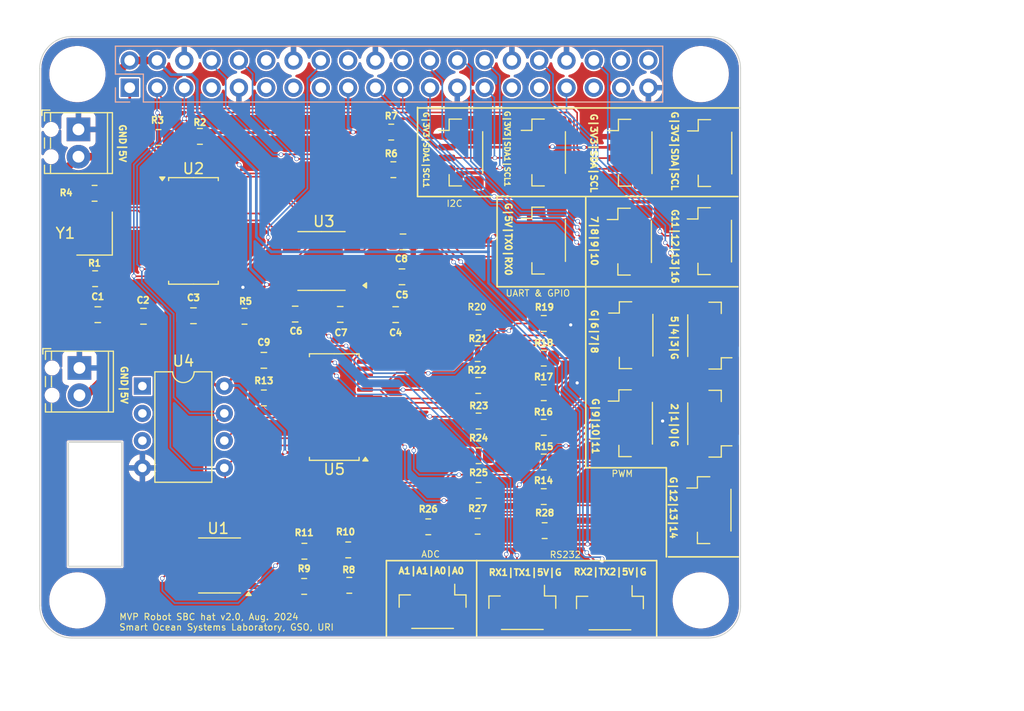
<source format=kicad_pcb>
(kicad_pcb (version 20240108) (generator "pcbnew") (generator_version "8.0")
  (layers (0 "F.Cu" signal) (31 "B.Cu" signal) (34 "B.Paste" user) (35 "F.Paste" user) (36 "B.SilkS" user "B.Silkscreen") (37 "F.SilkS" user "F.Silkscreen") (38 "B.Mask" user) (39 "F.Mask" user) (44 "Edge.Cuts" user))
  (net 0 "")
  (net 1 "GND")
  (net 2 "SBC_3V3")
  (net 3 "Net-(U2-XTAL1)")
  (net 4 "Net-(U2-XTAL2)")
  (net 5 "5V")
  (net 6 "Net-(U3-C1-)")
  (net 7 "Net-(U3-C1+)")
  (net 8 "Net-(U3-C2-)")
  (net 9 "Net-(U3-C2+)")
  (net 10 "Net-(U3-VS+)")
  (net 11 "Net-(U3-VS-)")
  (net 15 "GPIO11")
  (net 16 "GPIO7")
  (net 17 "GPIO16")
  (net 19 "GPIO10")
  (net 23 "GPIO8")
  (net 24 "I2C_SDA")
  (net 25 "I2C_SCL")
  (net 26 "UART_TX0")
  (net 27 "UART_RX0")
  (net 29 "PWM0")
  (net 30 "GPIO9")
  (net 31 "Net-(U2-~{RESET})")
  (net 32 "PB1")
  (net 33 "I2C0_SDA")
  (net 34 "Net-(U5-LED0)")
  (net 35 "GPIO12")
  (net 36 "GPIO13")
  (net 37 "Net-(U5-LED1)")
  (net 38 "Net-(U5-LED2)")
  (net 39 "RS232_TX1")
  (net 40 "RS232_RX1")
  (net 41 "RS232_TX2")
  (net 42 "RS232_RX2")
  (net 43 "Net-(U5-LED3)")
  (net 44 "UART_RX1")
  (net 45 "Net-(U5-LED4)")
  (net 46 "Net-(U5-LED5)")
  (net 47 "Net-(U5-LED6)")
  (net 48 "UART_TX1")
  (net 49 "Net-(U5-LED7)")
  (net 50 "Net-(U5-LED8)")
  (net 51 "Net-(U5-LED9)")
  (net 52 "Net-(U5-LED10)")
  (net 53 "Net-(U5-LED11)")
  (net 54 "Net-(U5-LED12)")
  (net 55 "Net-(U5-LED13)")
  (net 56 "UART_TX2")
  (net 57 "UART_RX2")
  (net 58 "Net-(U5-LED14)")
  (net 62 "VB")
  (net 63 "A0")
  (net 64 "A1")
  (net 65 "VB2")
  (net 66 "SERIAL_IRQ1")
  (net 67 "PWM2")
  (net 68 "PWM3")
  (net 69 "PWM1")
  (net 70 "PWM10")
  (net 71 "PWM11")
  (net 72 "PWM8")
  (net 73 "PWM9")
  (net 74 "PWM6")
  (net 75 "PWM7")
  (net 76 "PWM4")
  (net 77 "PWM5")
  (net 78 "PWM14")
  (net 80 "PWM12")
  (net 81 "PWM13")
  (net 100 "I2C0_SCL")
  (footprint "Connector_JST:JST_SH_BM04B-SRSS-TB_1x04-1MP_P1.00mm_Vertical" (layer "F.Cu") (at 164.35 128.73 180)
    (property "Reference" "J6" (hide yes))
    (property "Value" "RS232-2")
  )
  (footprint "Resistor_SMD:R_0805_2012Metric" (layer "F.Cu") (at 152.13 111.3022)
    (property "Reference" "R23")
    (property "Value" "220")
  )
  (footprint "Package_SO:SOIC-8-1EP_3.9x4.9mm_P1.27mm_EP2.29x3mm" (layer "F.Cu") (at 128.03 124.75 180)
    (property "Reference" "U1")
    (property "Value" "MCP3422/MCP3422A1T-E/SN #0xCC")
  )
  (footprint "Connector_JST:JST_SH_BM04B-SRSS-TB_1x04-1MP_P1.00mm_Vertical" (layer "F.Cu") (at 166.2938 111.506 -90)
    (property "Reference" "J16" (hide yes))
    (property "Value" "PWM6-7")
  )
  (footprint "Connector_JST:JST_SH_BM04B-SRSS-TB_1x04-1MP_P1.00mm_Vertical" (layer "F.Cu") (at 173.6 119.6 -90)
    (property "Reference" "J17" (hide yes))
    (property "Value" "PWM6-7")
  )
  (footprint "TerminalBlock_Phoenix:TerminalBlock_Phoenix_MPT-0,5-2-2.54_1x02_P2.54mm_Horizontal" (layer "F.Cu") (at 114.9 84.15 -90)
    (property "Reference" "J9" (hide yes))
    (property "Value" "Screw_Terminal_01x02")
  )
  (footprint "Resistor_SMD:R_0805_2012Metric" (layer "F.Cu") (at 116.45 98.05)
    (property "Reference" "R1")
    (property "Value" "1M")
  )
  (footprint "Connector_JST:JST_SH_BM04B-SRSS-TB_1x04-1MP_P1.00mm_Vertical" (layer "F.Cu") (at 166.335 103.31 -90)
    (property "Reference" "J15" (hide yes))
    (property "Value" "PWM4-5")
  )
  (footprint "Package_SO:TSSOP-16_4.4x5mm_P0.65mm" (layer "F.Cu") (at 137.5125 96.4 180)
    (property "Reference" "U3")
    (property "Value" "MAX3232IPWR")
  )
  (footprint "Connector_JST:JST_SH_BM04B-SRSS-TB_1x04-1MP_P1.00mm_Vertical" (layer "F.Cu") (at 156.2 128.7 180)
    (property "Reference" "J3" (hide yes))
    (property "Value" "RS232-1")
  )
  (footprint "Crystal:Crystal_SMD_3225-4Pin_3.2x2.5mm" (layer "F.Cu") (at 116.4 93.85 90)
    (property "Reference" "Y1")
    (property "Value" "14.7456M")
  )
  (footprint "Resistor_SMD:R_0805_2012Metric" (layer "F.Cu") (at 144 84.4 180)
    (property "Reference" "R7")
    (property "Value" "4.7k")
  )
  (footprint "Resistor_SMD:R_0805_2012Metric" (layer "F.Cu") (at 147.447 121.15)
    (property "Reference" "R26")
    (property "Value" "220")
  )
  (footprint "Resistor_SMD:R_0805_2012Metric" (layer "F.Cu") (at 130.35 101.55)
    (property "Reference" "R5")
    (property "Value" "1k")
  )
  (footprint "Package_SO:TSSOP-28_4.4x9.7mm_P0.65mm" (layer "F.Cu") (at 138.7 110 180)
    (property "Reference" "U5")
    (property "Value" "PCA9685PW")
  )
  (footprint "Resistor_SMD:R_0805_2012Metric" (layer "F.Cu") (at 126.2 84.8)
    (property "Reference" "R2")
    (property "Value" "4.7k")
  )
  (footprint "Resistor_SMD:R_0805_2012Metric" (layer "F.Cu") (at 152.1206 102.1)
    (property "Reference" "R20")
    (property "Value" "220")
  )
  (footprint "Connector_JST:JST_SH_BM04B-SRSS-TB_1x04-1MP_P1.00mm_Vertical" (layer "F.Cu") (at 147.85 128.6 180)
    (property "Reference" "J18" (hide yes))
    (property "Value" "ADC")
  )
  (footprint "Resistor_SMD:R_0805_2012Metric" (layer "F.Cu") (at 152.0444 121.0992)
    (property "Reference" "R27")
    (property "Value" "220")
  )
  (footprint "Resistor_SMD:R_0805_2012Metric" (layer "F.Cu") (at 158.1931 111.8906)
    (property "Reference" "R16")
    (property "Value" "220")
  )
  (footprint "Resistor_SMD:R_0805_2012Metric" (layer "F.Cu") (at 135.9219 123.4234)
    (property "Reference" "R11")
    (property "Value" "10K")
  )
  (footprint "Resistor_SMD:R_0805_2012Metric" (layer "F.Cu") (at 152.0952 107.9928)
    (property "Reference" "R22")
    (property "Value" "220")
  )
  (footprint "Resistor_SMD:R_0805_2012Metric" (layer "F.Cu") (at 158.1931 105.4426)
    (property "Reference" "R18")
    (property "Value" "220")
  )
  (footprint "Package_DIP:DIP-8_W7.62mm" (layer "F.Cu") (at 120.85 108.05)
    (property "Reference" "U4")
    (property "Value" "ATtiny85-20P")
  )
  (footprint "Resistor_SMD:R_0805_2012Metric" (layer "F.Cu") (at 152.0444 105.021)
    (property "Reference" "R21")
    (property "Value" "220")
  )
  (footprint "Resistor_SMD:R_0805_2012Metric" (layer "F.Cu") (at 140 123.3 180)
    (property "Reference" "R10")
    (property "Value" "100k")
  )
  (footprint "Package_SO:TSSOP-28_4.4x9.7mm_P0.65mm" (layer "F.Cu") (at 125.6 93.6)
    (property "Reference" "U2")
    (property "Value" "SC16IS752IPW")
  )
  (footprint "Resistor_SMD:R_0805_2012Metric" (layer "F.Cu") (at 135.9 126.7)
    (property "Reference" "R9")
    (property "Value" "10K")
  )
  (footprint "Connector_JST:JST_SH_BM04B-SRSS-TB_1x04-1MP_P1.00mm_Vertical" (layer "F.Cu") (at 173.6 103.35 90)
    (property "Reference" "J14" (hide yes))
    (property "Value" "PWM2-3")
  )
  (footprint "Capacitor_SMD:C_0805_2012Metric" (layer "F.Cu") (at 116.7 101.4)
    (property "Reference" "C1")
    (property "Value" "22pF")
  )
  (footprint "Resistor_SMD:R_0805_2012Metric" (layer "F.Cu") (at 122.35 84.9 180)
    (property "Reference" "R3")
    (property "Value" "4.7k")
  )
  (footprint "MountingHole:MountingHole_2.7mm_M2.5" (layer "F.Cu") (at 172.8 128)
    (property "Reference" "MH4" (hide yes))
    (property "Value" "MountingHole_2.7mm_M2.5" (hide yes))
  )
  (footprint "Connector_JST:JST_SH_BM04B-SRSS-TB_1x04-1MP_P1.00mm_Vertical" (layer "F.Cu") (at 158.2 94.5 -90)
    (property "Reference" "J10" (hide yes))
    (property "Value" "UART0")
  )
  (footprint "Connector_JST:JST_SH_BM04B-SRSS-TB_1x04-1MP_P1.00mm_Vertical" (layer "F.Cu") (at 150.5 86.3 -90)
    (property "Reference" "J7" (hide yes))
    (property "Value" "I2C-3")
  )
  (footprint "Resistor_SMD:R_0805_2012Metric" (layer "F.Cu") (at 158.2766 121.5062)
    (property "Reference" "R28")
    (property "Value" "220")
  )
  (footprint "Resistor_SMD:R_0805_2012Metric" (layer "F.Cu") (at 152.13 114.5322)
    (property "Reference" "R24")
    (property "Value" "220")
  )
  (footprint "Capacitor_SMD:C_0805_2012Metric" (layer "F.Cu") (at 144.415 101.395 180)
    (property "Reference" "C4")
    (property "Value" "0.1uF")
  )
  (footprint "Capacitor_SMD:C_0805_2012Metric" (layer "F.Cu") (at 139.255 101.375)
    (property "Reference" "C7")
    (property "Value" "0.1uF")
  )
  (footprint "Capacitor_SMD:C_0805_2012Metric" (layer "F.Cu") (at 145 97.875 180)
    (property "Reference" "C5")
    (property "Value" "0.1uF")
  )
  (footprint "Connector_JST:JST_SH_BM04B-SRSS-TB_1x04-1MP_P1.00mm_Vertical" (layer "F.Cu") (at 166.25 86.32 -90)
    (property "Reference" "J8" (hide yes))
    (property "Value" "I2C-1")
  )
  (footprint "Capacitor_SMD:C_0805_2012Metric" (layer "F.Cu") (at 120.95 101.55 180)
    (property "Reference" "C2")
    (property "Value" "33pF")
  )
  (footprint "Resistor_SMD:R_0805_2012Metric" (layer "F.Cu") (at 132.15 109.15)
    (property "Reference" "R13")
    (property "Value" "10k")
  )
  (footprint "MountingHole:MountingHole_2.7mm_M2.5" (layer "F.Cu") (at 172.8 79)
    (property "Reference" "MH2" (hide yes))
    (property "Value" "MountingHole_2.7mm_M2.5" (hide yes))
  )
  (footprint "MountingHole:MountingHole_2.7mm_M2.5" (layer "F.Cu") (at 114.8 128)
    (property "Reference" "MH3" (hide yes))
    (property "Value" "MountingHole_2.7mm_M2.5" (hide yes))
  )
  (footprint "MountingHole:MountingHole_2.7mm_M2.5" (layer "F.Cu") (at 114.8 79)
    (property "Reference" "MH1" (hide yes))
    (property "Value" "MountingHole_2.7mm_M2.5" (hide yes))
  )
  (footprint "Capacitor_SMD:C_0805_2012Metric" (layer "F.Cu") (at 132.15 105.65)
    (property "Reference" "C9")
    (property "Value" "10uF")
  )
  (footprint "Connector_JST:JST_SH_BM04B-SRSS-TB_1x04-1MP_P1.00mm_Vertical" (layer "F.Cu") (at 173.65 94.55 -90)
    (property "Reference" "J4" (hide yes))
    (property "Value" "GPIO-2")
  )
  (footprint "Resistor_SMD:R_0805_2012Metric" (layer "F.Cu") (at 152.13 117.7622)
    (property "Reference" "R25")
    (property "Value" "220")
  )
  (footprint "Connector_JST:JST_SH_BM04B-SRSS-TB_1x04-1MP_P1.00mm_Vertical" (layer "F.Cu") (at 166.2 94.6 -90)
    (property "Reference" "J5" (hide yes))
    (property "Value" "GPIO-2")
  )
  (footprint "Resistor_SMD:R_0805_2012Metric" (layer "F.Cu") (at 140.1 126.6 180)
    (property "Reference" "R8")
    (property "Value" "100k")
  )
  (footprint "Resistor_SMD:R_0805_2012Metric" (layer "F.Cu") (at 144.2 87.9 180)
    (property "Reference" "R6")
    (property "Value" "4.7k")
  )
  (footprint "Connector_JST:JST_SH_BM04B-SRSS-TB_1x04-1MP_P1.00mm_Vertical" (layer "F.Cu") (at 158.2 86.3 -90)
    (property "Reference" "J11" (hide yes))
    (property "Value" "I2C-3")
  )
  (footprint "Resistor_SMD:R_0805_2012Metric" (layer "F.Cu") (at 158.1931 102.2186)
    (property "Reference" "R19")
    (property "Value" "220")
  )
  (footprint "Resistor_SMD:R_0805_2012Metric" (layer "F.Cu") (at 158.1931 115.1146)
    (property "Reference" "R15")
    (property "Value" "220")
  )
  (footprint "Capacitor_SMD:C_0805_2012Metric" (layer "F.Cu") (at 125.6 101.5)
    (property "Reference" "C3")
    (property "Value" "0.1uF")
  )
  (footprint "Resistor_SMD:R_0805_2012Metric" (layer "F.Cu") (at 116.4 90.1)
    (property "Reference" "R4")
    (property "Value" "1k")
  )
  (footprint "Capacitor_SMD:C_0805_2012Metric" (layer "F.Cu") (at 145.1 94.625)
    (property "Reference" "C8")
    (property "Value" "0.1uF")
  )
  (footprint "Connector_JST:JST_SH_BM04B-SRSS-TB_1x04-1MP_P1.00mm_Vertical" (layer "F.Cu") (at 173.6 111.55 90)
    (property "Reference" "J13" (hide yes))
    (property "Value" "PWM0-1")
  )
  (footprint "Resistor_SMD:R_0805_2012Metric" (layer "F.Cu") (at 158.1931 108.6666)
    (property "Reference" "R17")
    (property "Value" "220")
  )
  (footprint "Connector_JST:JST_SH_BM04B-SRSS-TB_1x04-1MP_P1.00mm_Vertical" (layer "F.Cu") (at 173.675 86.35 -90)
    (property "Reference" "J12" (hide yes))
    (property "Value" "I2C-2")
  )
  (footprint "Capacitor_SMD:C_0805_2012Metric" (layer "F.Cu") (at 135.065 101.345)
    (property "Reference" "C6")
    (property "Value" "0.1uF")
  )
  (footprint "Resistor_SMD:R_0805_2012Metric" (layer "F.Cu") (at 158.1931 118.3386)
    (property "Reference" "R14")
    (property "Value" "220")
  )
  (footprint "TerminalBlock_Phoenix:TerminalBlock_Phoenix_MPT-0,5-2-2.54_1x02_P2.54mm_Horizontal" (layer "F.Cu") (at 114.99 106.36 -90)
    (property "Reference" "J2" (hide yes))
    (property "Value" "Screw_Terminal_01x02")
  )
  (footprint "Connector_PinSocket_2.54mm:PinSocket_2x20_P2.54mm_Vertical" (layer "B.Cu") (at 119.67 80.27 -90)
    (property "Reference" "J1" (hide yes))
    (property "Value" "OX40HAT")
  )
  (gr_line (start 169.6 123.95) (end 169.6 115.65) (stroke (width 0.15)) (layer "F.SilkS"))
  (gr_line (start 146.45 90.4) (end 146.45 82.1) (stroke (width 0.15)) (layer "F.SilkS"))
  (gr_line (start 151.95 131.3) (end 151.95 124.3) (stroke (width 0.15)) (layer "F.SilkS"))
  (gr_line (start 162.1 98.75) (end 162.1 90.45) (stroke (width 0.15)) (layer "F.SilkS"))
  (gr_line (start 176.25 98.8) (end 153.85 98.8) (stroke (width 0.15)) (layer "F.SilkS"))
  (gr_line (start 143.55 131.3) (end 143.55 124.3) (stroke (width 0.15)) (layer "F.SilkS"))
  (gr_line (start 162.1 115.65) (end 162.1 98.75) (stroke (width 0.15)) (layer "F.SilkS"))
  (gr_line (start 168.7 131.3) (end 168.7 124.3) (stroke (width 0.15)) (layer "F.SilkS"))
  (gr_line (start 176.25 90.4) (end 146.45 90.4) (stroke (width 0.15)) (layer "F.SilkS"))
  (gr_line (start 176.3 123.95) (end 169.8 123.95) (stroke (width 0.15)) (layer "F.SilkS"))
  (gr_line (start 151.95 124.3) (end 143.55 124.3) (stroke (width 0.15)) (layer "F.SilkS"))
  (gr_line (start 146.5 82.15) (end 176.4 82.15) (stroke (width 0.15)) (layer "F.SilkS"))
  (gr_line (start 168.7 124.3) (end 151.95 124.3) (stroke (width 0.15)) (layer "F.SilkS"))
  (gr_line (start 153.85 98.75) (end 153.85 90.45) (stroke (width 0.15)) (layer "F.SilkS"))
  (gr_line (start 169.55 115.65) (end 162.1 115.65) (stroke (width 0.15)) (layer "F.SilkS"))
  (gr_rect (start 113.95 113.25) (end 118.95 124.85) (stroke (width 0.15)) (fill none) (layer "Edge.Cuts"))
  (gr_line (start 176.5 128.5) (end 176.5 78.5) (stroke (width 0.1)) (layer "Edge.Cuts"))
  (gr_line (start 111.3 78.5) (end 111.3 128.5) (stroke (width 0.1)) (layer "Edge.Cuts"))
  (gr_arc (start 173.5 75.5) (mid 175.62132 76.37868) (end 176.5 78.5) (stroke (width 0.1)) (layer "Edge.Cuts"))
  (gr_line (start 114.3 131.5) (end 173.5 131.5) (stroke (width 0.1)) (layer "Edge.Cuts"))
  (gr_line (start 173.5 75.5) (end 114.3 75.5) (stroke (width 0.1)) (layer "Edge.Cuts"))
  (gr_arc (start 176.5 128.5) (mid 175.62132 130.62132) (end 173.5 131.5) (stroke (width 0.1)) (layer "Edge.Cuts"))
  (gr_arc (start 111.3 78.5) (mid 112.17868 76.37868) (end 114.3 75.5) (stroke (width 0.1)) (layer "Edge.Cuts"))
  (gr_arc (start 114.3 131.5) (mid 112.17868 130.62132) (end 111.3 128.5) (stroke (width 0.1)) (layer "Edge.Cuts"))
  (gr_text "G|5V|TX0|RX0" (at 154.55 90.9 -90) (layer "F.SilkS") (effects (font (size 0.6 0.6) (thickness 0.15) (bold yes)) (justify left bottom)))
  (gr_text "7|8|9|10" (at 162.55 92.15 270) (layer "F.SilkS") (effects (font (size 0.6 0.6) (thickness 0.15) (bold yes)) (justify left bottom)))
  (gr_text "ADC" (at 146.75 124.05 0) (layer "F.SilkS") (effects (font (size 0.6 0.6) (thickness 0.09)) (justify left bottom)))
  (gr_text "G11|12|13|16" (at 170.05 91.5 270) (layer "F.SilkS") (effects (font (size 0.6 0.6) (thickness 0.15) (bold yes)) (justify left bottom)))
  (gr_text "G|6|7|8" (at 162.55 100.85 270) (layer "F.SilkS") (effects (font (size 0.6 0.6) (thickness 0.15) (bold yes)) (justify left bottom)))
  (gr_text "2|1|0|G" (at 169.9944 109.5824 270) (layer "F.SilkS") (effects (font (size 0.6 0.6) (thickness 0.15) (bold yes)) (justify left bottom)))
  (gr_text "UART & GPIO" (at 154.6 99.75 0) (layer "F.SilkS") (effects (font (size 0.6 0.6) (thickness 0.09)) (justify left bottom)))
  (gr_text "RX2|TX2|5V|G" (at 160.9 125.7 0) (layer "F.SilkS") (effects (font (size 0.6 0.6) (thickness 0.15) (bold yes)) (justify left bottom)))
  (gr_text "G|3V3|SDA1|SCL1" (at 154.5 82.35 270) (layer "F.SilkS") (effects (font (size 0.5 0.5) (thickness 0.125) (bold yes)) (justify left bottom)))
  (gr_text "G|3V3|SDA1|SCL1" (at 146.95 82.45 270) (layer "F.SilkS") (effects (font (size 0.5 0.5) (thickness 0.125) (bold yes)) (justify left bottom)))
  (gr_text "A1|A1|A0|A0" (at 144.6 125.6 0) (layer "F.SilkS") (effects (font (size 0.6 0.6) (thickness 0.15) (bold yes)) (justify left bottom)))
  (gr_text "G|3V3|SDA|SCL" (at 162.5 82.6 270) (layer "F.SilkS") (effects (font (size 0.6 0.6) (thickness 0.15) (bold yes)) (justify left bottom)))
  (gr_text "G|12|13|14" (at 169.9 116.4 270) (layer "F.SilkS") (effects (font (size 0.6 0.6) (thickness 0.15) (bold yes)) (justify left bottom)))
  (gr_text "RS232" (at 158.7 124.1 0) (layer "F.SilkS") (effects (font (size 0.6 0.6) (thickness 0.09)) (justify left bottom)))
  (gr_text "G|9|10|11" (at 162.65 109.1 270) (layer "F.SilkS") (effects (font (size 0.6 0.6) (thickness 0.15) (bold yes)) (justify left bottom)))
  (gr_text "GND|5V\n" (at 118.8 106.1 -90) (layer "F.SilkS") (effects (font (size 0.6 0.6) (thickness 0.15) (bold yes)) (justify left bottom)))
  (gr_text "MVP Robot SBC hat v2.0, Aug. 2024\nSmart Ocean Systems Laboratory, GSO, URI" (at 118.65 130.85 0) (layer "F.SilkS") (effects (font (size 0.6 0.6) (thickness 0.09)) (justify left bottom)))
  (gr_text "GND|5V\n" (at 118.65 83.6 -90) (layer "F.SilkS") (effects (font (size 0.6 0.6) (thickness 0.15) (bold yes)) (justify left bottom)))
  (gr_text "RX1|TX1|5V|G" (at 153 125.75 0) (layer "F.SilkS") (effects (font (size 0.6 0.6) (thickness 0.15) (bold yes)) (justify left bottom)))
  (gr_text "PWM" (at 164.45 116.55 0) (layer "F.SilkS") (effects (font (size 0.6 0.6) (thickness 0.09)) (justify left bottom)))
  (gr_text "I2C" (at 149.1 91.4 0) (layer "F.SilkS") (effects (font (size 0.6 0.6) (thickness 0.09)) (justify left bottom)))
  (gr_text "5|4|3|G" (at 169.9936 101.4374 270) (layer "F.SilkS") (effects (font (size 0.6 0.6) (thickness 0.15) (bold yes)) (justify left bottom)))
  (gr_text "G|3V3|SDA|SCL" (at 170.025 82.4 270) (layer "F.SilkS") (effects (font (size 0.6 0.6) (thickness 0.15) (bold yes)) (justify left bottom)))
  (via (at 160.7 102.35) (size 0.4) (drill 0.3) (layers "F.Cu" "B.Cu") (net 1))
  (via (at 161.3 107.75) (size 0.4) (drill 0.3) (layers "F.Cu" "B.Cu") (net 1))
  (via (at 130.2 98.85) (size 0.4) (drill 0.3) (layers "F.Cu" "B.Cu") (net 1))
  (via (at 169.25 111.3) (size 0.4) (drill 0.3) (layers "F.Cu" "B.Cu") (net 1))
  (segment (start 128.42 107.7248) (end 128.42 108.0386) (width 0.1524) (layer "F.Cu") (net 2))
  (segment (start 130.751 124.115) (end 130.505 124.115) (width 0.1524) (layer "F.Cu") (net 2))
  (segment (start 124.7 105) (end 124.7 101.55) (width 0.254) (layer "F.Cu") (net 2))
  (segment (start 143.0875 83.7125) (end 143.65 83.15) (width 0.254) (layer "F.Cu") (net 2))
  (segment (start 128.47 108.05) (end 130.87 105.65) (width 0.254) (layer "F.Cu") (net 2))
  (segment (start 115.4875 89.74) (end 115.4875 90.1) (width 0.1524) (layer "F.Cu") (net 2))
  (segment (start 124.65 101.5) (end 124.65 96.45) (width 0.254) (layer "F.Cu") (net 2))
  (segment (start 124.7 101.55) (end 124.85 101.4) (width 0.254) (layer "F.Cu") (net 2))
  (segment (start 124.65 96.45) (end 124.075 95.875) (width 0.254) (layer "F.Cu") (net 2))
  (segment (start 128.47 108.05) (end 127.75 108.05) (width 0.254) (layer "F.Cu") (net 2))
  (segment (start 119.67 83.1325) (end 121.4375 84.9) (width 0.254) (layer "F.Cu") (net 2))
  (segment (start 134.125 114.225) (end 135.8375 114.225) (width 0.254) (layer "F.Cu") (net 2))
  (segment (start 120.15 84.9) (end 115.4875 89.5625) (width 0.254) (layer "F.Cu") (net 2))
  (segment (start 121.4375 85.5375) (end 122.175 86.275) (width 0.254) (layer "F.Cu") (net 2))
  (segment (start 131.2625 101.55) (end 131.2625 99.7375) (width 0.254) (layer "F.Cu") (net 2))
  (segment (start 132.4 98.6) (end 132.475 98.675) (width 0.1524) (layer "F.Cu") (net 2))
  (segment (start 145.45 83.15) (end 148.1 85.8) (width 0.254) (layer "F.Cu") (net 2))
  (segment (start 119.67 80.27) (end 119.67 83.1325) (width 0.254) (layer "F.Cu") (net 2))
  (segment (start 122.175 86.275) (end 126.325 86.275) (width 0.254) (layer "F.Cu") (net 2))
  (segment (start 128.47 108.05) (end 128.42 108) (width 0.1524) (layer "F.Cu") (net 2))
  (segment (start 127.4625 84.45) (end 127.1125 84.8) (width 0.254) (layer "F.Cu") (net 2))
  (segment (start 140.45 84.4) (end 140.4 84.45) (width 0.254) (layer "F.Cu") (net 2))
  (segment (start 127.75 108.05) (end 124.7 105) (width 0.254) (layer "F.Cu") (net 2))
  (segment (start 143.0875 84.4) (end 143.0875 87.7) (width 0.254) (layer "F.Cu") (net 2))
  (segment (start 128.42 108.24) (end 128.42 108.0386) (width 0.1524) (layer "F.Cu") (net 2))
  (segment (start 122.7375 95.875) (end 122.7375 93.925) (width 0.254) (layer "F.Cu") (net 2))
  (segment (start 158.95 85.8) (end 156.875 85.8) (width 0.254) (layer "F.Cu") (net 2))
  (segment (start 134.65 98.675) (end 135.175 98.675) (width 0.1524) (layer "F.Cu") (net 2))
  (segment (start 121.4375 84.9) (end 120.15 84.9) (width 0.254) (layer "F.Cu") (net 2))
  (segment (start 140.55 84.4) (end 143.0875 84.4) (width 0.254) (layer "F.Cu") (net 2))
  (segment (start 124.075 95.875) (end 122.7375 95.875) (width 0.254) (layer "F.Cu") (net 2))
  (segment (start 139.99 80.61) (end 139.99 80.27) (width 0.1524) (layer "F.Cu") (net 2))
  (segment (start 134.65 98.675) (end 135.275 98.675) (width 0.254) (layer "F.Cu") (net 2))
  (segment (start 132.4 98.6) (end 134.575 98.6) (width 0.254) (layer "F.Cu") (net 2))
  (segment (start 164.925 85.82) (end 172.795 85.82) (width 0.254) (layer "F.Cu") (net 2))
  (segment (start 134.575 98.6) (end 134.65 98.675) (width 0.254) (layer "F.Cu") (net 2))
  (segment (start 131.2 101.6125) (end 131.2625 101.55) (width 0.254) (layer "F.Cu") (net 2))
  (segment (start 131.185 124.115) (end 130.751 124.115) (width 0.254) (layer "F.Cu") (net 2))
  (segment (start 148.1 85.8) (end 149.175 85.8) (width 0.254) (layer "F.Cu") (net 2))
  (segment (start 172.795 85.82) (end 172.875 85.9) (width 0.254) (layer "F.Cu") (net 2))
  (segment (start 131.2 105.65) (end 131.2 101.6125) (width 0.254) (layer "F.Cu") (net 2))
  (segment (start 134.1 114.2) (end 134.125 114.225) (width 0.1524) (layer "F.Cu") (net 2))
  (segment (start 136.015 99.415) (end 136.015 101.345) (width 0.254) (layer "F.Cu") (net 2))
  (segment (start 165.005 85.9) (end 164.925 85.82) (width 0.1524) (layer "F.Cu") (net 2))
  (segment (start 134.1 114.2) (end 133 115.3) (width 0.254) (layer "F.Cu") (net 2))
  (segment (start 143.0875 84.2875) (end 143.0875 84.4) (width 0.1524) (layer "F.Cu") (net 2))
  (segment (start 143.0875 87.7) (end 143.2875 87.9) (width 0.254) (layer "F.Cu") (net 2))
  (segment (start 130.87 105.65) (end 131.2 105.65) (width 0.254) (layer "F.Cu") (net 2))
  (segment (start 161.92 85.82) (end 164.925 85.82) (width 0.254) (layer "F.Cu") (net 2))
  (segment (start 126.325 86.275) (end 127.1125 85.4875) (width 0.254) (layer "F.Cu") (net 2))
  (segment (start 143.65 83.15) (end 145.45 83.15) (width 0.254) (layer "F.Cu") (net 2))
  (segment (start 127.1125 85.4875) (end 127.1125 84.8) (width 0.254) (layer "F.Cu") (net 2))
  (segment (start 159 85.75) (end 158.95 85.8) (width 0.254) (layer "F.Cu") (net 2))
  (segment (start 143.0875 84.4) (end 143.0875 83.7125) (width 0.254) (layer "F.Cu") (net 2))
  (segment (start 149.175 85.8) (end 156.875 85.8) (width 0.254) (layer "F.Cu") (net 2))
  (segment (start 135.275 98.675) (end 136.015 99.415) (width 0.254) (layer "F.Cu") (net 2))
  (segment (start 121.4375 84.9) (end 121.4375 85.5375) (width 0.254) (layer "F.Cu") (net 2))
  (segment (start 133 115.3) (end 133 122.3) (width 0.254) (layer "F.Cu") (net 2))
  (segment (start 127.2 84.8) (end 129.85 87.45) (width 0.254) (layer "F.Cu") (net 2))
  (segment (start 131.2625 99.7375) (end 132.4 98.6) (width 0.254) (layer "F.Cu") (net 2))
  (segment (start 133 122.3) (end 131.185 124.115) (width 0.254) (layer "F.Cu") (net 2))
  (segment (start 127.1125 84.8) (end 127.2 84.8) (width 0.1524) (layer "F.Cu") (net 2))
  (segment (start 140.4 84.45) (end 127.4625 84.45) (width 0.254) (layer "F.Cu") (net 2))
  (segment (start 115.4875 89.5625) (end 115.4875 89.74) (width 0.254) (layer "F.Cu") (net 2))
  (via (at 159 85.75) (size 0.4) (drill 0.3) (layers "F.Cu" "B.Cu") (net 2))
  (via (at 129.85 87.45) (size 0.4) (drill 0.3) (layers "F.Cu" "B.Cu") (net 2))
  (via (at 134.1 114.2) (size 0.4) (drill 0.3) (layers "F.Cu" "B.Cu") (net 2))
  (via (at 140.45 84.4) (size 0.4) (drill 0.3) (layers "F.Cu" "B.Cu") (net 2))
  (via (at 132.4 98.6) (size 0.4) (drill 0.3) (layers "F.Cu" "B.Cu") (net 2))
  (via (at 161.92 85.82) (size 0.4) (drill 0.3) (layers "F.Cu" "B.Cu") (net 2))
  (segment (start 140.45 84.4) (end 139.99 83.94) (width 0.254) (layer "B.Cu") (net 2))
  (segment (start 134.1 114.2) (end 134.1 112.3) (width 0.254) (layer "B.Cu") (net 2))
  (segment (start 128.706132 108) (end 128.42 108) (width 0.1524) (layer "B.Cu") (net 2))
  (segment (start 130.9 97.1) (end 132.4 98.6) (width 0.254) (layer "B.Cu") (net 2))
  (segment (start 161.89 85.85) (end 161.92 85.82) (width 0.254) (layer "B.Cu") (net 2))
  (segment (start 139.99 83.94) (end 139.99 80.27) (width 0.254) (layer "B.Cu") (net 2))
  (segment (start 134.1 112.3) (end 129.8 108) (width 0.254) (layer "B.Cu") (net 2))
  (segment (start 159.1 85.85) (end 161.89 85.85) (width 0.254) (layer "B.Cu") (net 2))
  (segment (start 129.85 87.45) (end 130.9 88.5) (width 0.254) (layer "B.Cu") (net 2))
  (segment (start 129.8 108) (end 128.706132 108) (width 0.254) (layer "B.Cu") (net 2))
  (segment (start 130.9 88.5) (end 130.9 97.1) (width 0.254) (layer "B.Cu") (net 2))
  (segment (start 159 85.75) (end 159.1 85.85) (width 0.254) (layer "B.Cu") (net 2))
  (segment (start 114.25 94.05) (end 114.25 96.7625) (width 0.1524) (layer "F.Cu") (net 3))
  (segment (start 115.55 92.75) (end 114.25 94.05) (width 0.1524) (layer "F.Cu") (net 3))
  (segment (start 116.2 91.7) (end 115.55 92.35) (width 0.1524) (layer "F.Cu") (net 3))
  (segment (start 115.5375 98.05) (end 115.5375 98.0875) (width 0.1524) (layer "F.Cu") (net 3))
  (segment (start 118.826248 91.7048) (end 118.821448 91.7) (width 0.1524) (layer "F.Cu") (net 3))
  (segment (start 121.375 92.625) (end 120.4548 91.7048) (width 0.1524) (layer "F.Cu") (net 3))
  (segment (start 117.65 100.2) (end 117.65 101.4) (width 0.1524) (layer "F.Cu") (net 3))
  (segment (start 114.25 96.7625) (end 115.5375 98.05) (width 0.1524) (layer "F.Cu") (net 3))
  (segment (start 122.7375 92.625) (end 121.375 92.625) (width 0.1524) (layer "F.Cu") (net 3))
  (segment (start 118.821448 91.7) (end 116.2 91.7) (width 0.1524) (layer "F.Cu") (net 3))
  (segment (start 120.4548 91.7048) (end 118.826248 91.7048) (width 0.1524) (layer "F.Cu") (net 3))
  (segment (start 115.55 92.35) (end 115.55 92.75) (width 0.1524) (layer "F.Cu") (net 3))
  (segment (start 115.5375 98.0875) (end 117.65 100.2) (width 0.1524) (layer "F.Cu") (net 3))
  (segment (start 117.3625 98.9125) (end 117.3625 98.05) (width 0.1524) (layer "F.Cu") (net 4))
  (segment (start 118.925 93.275) (end 117.25 94.95) (width 0.1524) (layer "F.Cu") (net 4))
  (segment (start 120 101.55) (end 117.3625 98.9125) (width 0.1524) (layer "F.Cu") (net 4))
  (segment (start 122.7375 93.275) (end 118.925 93.275) (width 0.1524) (layer "F.Cu") (net 4))
  (segment (start 117.3625 95.0625) (end 117.25 94.95) (width 0.1524) (layer "F.Cu") (net 4))
  (segment (start 117.3625 98.05) (end 117.3625 95.0625) (width 0.1524) (layer "F.Cu") (net 4))
  (segment (start 114.05 103.65) (end 116.5 103.65) (width 0.7112) (layer "F.Cu") (net 5))
  (segment (start 163.475 122.775) (end 164.85 124.15) (width 0.254) (layer "F.Cu") (net 5))
  (segment (start 164.85 126.6) (end 164.85 127.0909) (width 0.1524) (layer "F.Cu") (net 5))
  (segment (start 162.2658 122.775) (end 159.625 122.775) (width 0.254) (layer "F.Cu") (net 5))
  (segment (start 117.3 104.45) (end 117.3 107.266) (width 0.7112) (layer "F.Cu") (net 5))
  (segment (start 164.85 127.0909) (end 164.85 127.405) (width 0.1524) (layer "F.Cu") (net 5))
  (segment (start 116.5 103.65) (end 117.3 104.45) (width 0.7112) (layer "F.Cu") (net 5))
  (segment (start 114.9 86.69) (end 112.75 88.84) (width 0.7112) (layer "F.Cu") (net 5))
  (segment (start 153.65 94) (end 156.875 94) (width 0.254) (layer "F.Cu") (net 5))
  (segment (start 116.56 86.69) (end 118.25 85) (width 0.7112) (layer "F.Cu") (net 5))
  (segment (start 115.666 108.9) (end 114.99 108.9) (width 0.7112) (layer "F.Cu") (net 5))
  (segment (start 118.25 79.15) (end 119.67 77.73) (width 0.7112) (layer "F.Cu") (net 5))
  (segment (start 112.75 102.35) (end 114.05 103.65) (width 0.7112) (layer "F.Cu") (net 5))
  (segment (start 153.5 94.15) (end 153.65 94) (width 0.254) (layer "F.Cu") (net 5))
  (segment (start 119.67 77.73) (end 122.21 77.73) (width 0.7112) (layer "F.Cu") (net 5))
  (segment (start 162.2658 122.775) (end 163.475 122.775) (width 0.254) (layer "F.Cu") (net 5))
  (segment (start 112.75 88.84) (end 112.75 102.35) (width 0.7112) (layer "F.Cu") (net 5))
  (segment (start 117.3 107.266) (end 115.666 108.9) (width 0.7112) (layer "F.Cu") (net 5))
  (segment (start 156.7 125.7) (end 156.7 127.375) (width 0.254) (layer "F.Cu") (net 5))
  (segment (start 118.25 85) (end 118.25 79.15) (width 0.7112) (layer "F.Cu") (net 5))
  (segment (start 159.625 122.775) (end 156.7 125.7) (width 0.254) (layer "F.Cu") (net 5))
  (segment (start 164.85 124.15) (end 164.85 127.0909) (width 0.254) (layer "F.Cu") (net 5))
  (segment (start 114.9 86.69) (end 116.56 86.69) (width 0.7112) (layer "F.Cu") (net 5))
  (via (at 153.5 94.15) (size 0.4) (drill 0.3) (layers "F.Cu" "B.Cu") (net 5))
  (via (at 162.2658 122.775) (size 0.4) (drill 0.3) (layers "F.Cu" "B.Cu") (net 5))
  (segment (start 125.95 79.55) (end 125.95 82.55) (width 0.254) (layer "B.Cu") (net 5))
  (segment (start 131.45 88.05) (end 131.45 94.15) (width 0.254) (layer "B.Cu") (net 5))
  (segment (start 122.21 77.39) (end 122.21 77.73) (width 0.1524) (layer "B.Cu") (net 5))
  (segment (start 153.05 98.45) (end 160.2556 105.6556) (width 0.254) (layer "B.Cu") (net 5))
  (segment (start 160.2556 105.6556) (end 160.2556 108.152706) (width 0.254) (layer "B.Cu") (net 5))
  (segment (start 153.5 94.15) (end 153.5 94.1) (width 0.254) (layer "B.Cu") (net 5))
  (segment (start 125.45 79.05) (end 125.95 79.55) (width 0.254) (layer "B.Cu") (net 5))
  (segment (start 123.53 79.05) (end 125.45 79.05) (width 0.254) (layer "B.Cu") (net 5))
  (segment (start 153.05 95.55) (end 153.05 94.55) (width 0.254) (layer "B.Cu") (net 5))
  (segment (start 153.05 94.55) (end 153.45 94.15) (width 0.254) (layer "B.Cu") (net 5))
  (segment (start 122.21 77.73) (end 123.53 79.05) (width 0.254) (layer "B.Cu") (net 5))
  (segment (start 153.05 95.55) (end 153.05 98.45) (width 0.254) (layer "B.Cu") (net 5))
  (segment (start 125.95 82.55) (end 131.45 88.05) (width 0.254) (layer "B.Cu") (net 5))
  (segment (start 160.2556 108.152706) (end 162.2658 110.162906) (width 0.254) (layer "B.Cu") (net 5))
  (segment (start 131.45 94.15) (end 132.85 95.55) (width 0.254) (layer "B.Cu") (net 5))
  (segment (start 132.85 95.55) (end 153.05 95.55) (width 0.254) (layer "B.Cu") (net 5))
  (segment (start 162.2658 110.162906) (end 162.2658 122.775) (width 0.254) (layer "B.Cu") (net 5))
  (segment (start 153.45 94.15) (end 153.5 94.15) (width 0.254) (layer "B.Cu") (net 5))
  (segment (start 145.365 101.395) (end 141.345 97.375) (width 0.1524) (layer "F.Cu") (net 6))
  (segment (start 141.345 97.375) (end 140.375 97.375) (width 0.1524) (layer "F.Cu") (net 6))
  (segment (start 143.465 101.395) (end 143.465 100.015) (width 0.1524) (layer "F.Cu") (net 7))
  (segment (start 143.465 100.015) (end 142.125 98.675) (width 0.1524) (layer "F.Cu") (net 7))
  (segment (start 142.125 98.675) (end 140.375 98.675) (width 0.1524) (layer "F.Cu") (net 7))
  (segment (start 145.95 97.875) (end 144.15 96.075) (width 0.1524) (layer "F.Cu") (net 8))
  (segment (start 144.15 96.075) (end 140.375 96.075) (width 0.1524) (layer "F.Cu") (net 8))
  (segment (start 143.225 96.725) (end 140.375 96.725) (width 0.1524) (layer "F.Cu") (net 9))
  (segment (start 144.05 97.55) (end 143.225 96.725) (width 0.1524) (layer "F.Cu") (net 9))
  (segment (start 144.05 97.875) (end 144.05 97.55) (width 0.1524) (layer "F.Cu") (net 9))
  (segment (start 138.305 99.5228) (end 139.8028 98.025) (width 0.1524) (layer "F.Cu") (net 10))
  (segment (start 139.8028 98.025) (end 140.375 98.025) (width 0.1524) (layer "F.Cu") (net 10))
  (segment (start 138.305 101.375) (end 138.305 99.5228) (width 0.1524) (layer "F.Cu") (net 10))
  (segment (start 144.15 94.625) (end 142.225 94.625) (width 0.1524) (layer "F.Cu") (net 11))
  (segment (start 142.225 94.625) (end 141.425 95.425) (width 0.1524) (layer "F.Cu") (net 11))
  (segment (start 141.425 95.425) (end 140.375 95.425) (width 0.1524) (layer "F.Cu") (net 11))
  (segment (start 153.706132 90.5) (end 169.775 90.5) (width 0.1524) (layer "F.Cu") (net 15))
  (segment (start 169.775 90.5) (end 172.325 93.05) (width 0.1524) (layer "F.Cu") (net 15))
  (segment (start 153.578066 90.371934) (end 153.706132 90.5) (width 0.1524) (layer "F.Cu") (net 15))
  (via (at 153.578066 90.371934) (size 0.4) (drill 0.3) (layers "F.Cu" "B.Cu") (net 15))
  (segment (start 152.65 89.618948) (end 152.65 89.6) (width 0.1524) (layer "B.Cu") (net 15))
  (segment (start 153.402986 90.371934) (end 152.65 89.618948) (width 0.1524) (layer "B.Cu") (net 15))
  (segment (start 152.65 89.6) (end 147.61 84.56) (width 0.1524) (layer "B.Cu") (net 15))
  (segment (start 147.61 84.56) (end 147.61 80.27) (width 0.1524) (layer "B.Cu") (net 15))
  (segment (start 153.578066 90.371934) (end 153.402986 90.371934) (width 0.1524) (layer "B.Cu") (net 15))
  (segment (start 161.35 92.7) (end 161.75 93.1) (width 0.1524) (layer "F.Cu") (net 16))
  (segment (start 161.75 93.1) (end 164.875 93.1) (width 0.1524) (layer "F.Cu") (net 16))
  (via (at 161.35 92.7) (size 0.4) (drill 0.3) (layers "F.Cu" "B.Cu") (net 16))
  (segment (start 151.4 87.1) (end 151.4 78.5) (width 0.1524) (layer "B.Cu") (net 16))
  (segment (start 161.347496 92.697496) (end 161.1596 92.697496) (width 0.1524) (layer "B.Cu") (net 16))
  (segment (start 161.35 92.7) (end 161.347496 92.697496) (width 0.1524) (layer "B.Cu") (net 16))
  (segment (start 150.63 77.73) (end 150.15 77.73) (width 0.1524) (layer "B.Cu") (net 16))
  (segment (start 156.0904 91.7904) (end 151.4 87.1) (width 0.1524) (layer "B.Cu") (net 16))
  (segment (start 151.4 78.5) (end 150.63 77.73) (width 0.1524) (layer "B.Cu") (net 16))
  (segment (start 161.1596 92.697496) (end 160.252504 91.7904) (width 0.1524) (layer "B.Cu") (net 16))
  (segment (start 160.252504 91.7904) (end 156.0904 91.7904) (width 0.1524) (layer "B.Cu") (net 16))
  (segment (start 169.95 95.85) (end 170.15 96.05) (width 0.1524) (layer "F.Cu") (net 17))
  (segment (start 169.95 95.65) (end 169.95 95.85) (width 0.1524) (layer "F.Cu") (net 17))
  (segment (start 170.15 96.05) (end 172.325 96.05) (width 0.1524) (layer "F.Cu") (net 17))
  (via (at 169.95 95.65) (size 0.4) (drill 0.3) (layers "F.Cu" "B.Cu") (net 17))
  (segment (start 164.15 79.03) (end 162.85 77.73) (width 0.1524) (layer "B.Cu") (net 17))
  (segment (start 169.95 95.65) (end 169.95 93.118948) (width 0.1524) (layer "B.Cu") (net 17))
  (segment (start 169.95 93.118948) (end 164.15 87.318948) (width 0.1524) (layer "B.Cu") (net 17))
  (segment (start 164.15 87.318948) (end 164.15 79.03) (width 0.1524) (layer "B.Cu") (net 17))
  (segment (start 162.7 96.1) (end 164.875 96.1) (width 0.1524) (layer "F.Cu") (net 19))
  (segment (start 161.25 94.65) (end 162.7 96.1) (width 0.1524) (layer "F.Cu") (net 19))
  (via (at 161.25 94.65) (size 0.4) (drill 0.3) (layers "F.Cu" "B.Cu") (net 19))
  (segment (start 142.53 80.361052) (end 153.274282 91.105334) (width 0.1524) (layer "B.Cu") (net 19))
  (segment (start 155.692696 92.7048) (end 159.3048 92.7048) (width 0.1524) (layer "B.Cu") (net 19))
  (segment (start 153.274282 91.105334) (end 154.09323 91.105334) (width 0.1524) (layer "B.Cu") (net 19))
  (segment (start 142.53 80.27) (end 142.53 80.361052) (width 0.1524) (layer "B.Cu") (net 19))
  (segment (start 161.25 94.65) (end 161.2 94.7) (width 0.1524) (layer "B.Cu") (net 19))
  (segment (start 159.3048 92.7048) (end 161.25 94.65) (width 0.1524) (layer "B.Cu") (net 19))
  (segment (start 154.09323 91.105334) (end 155.692696 92.7048) (width 0.1524) (layer "B.Cu") (net 19))
  (segment (start 161.296934 93.253066) (end 162.143868 94.1) (width 0.1524) (layer "F.Cu") (net 23))
  (segment (start 162.143868 94.1) (end 164.875 94.1) (width 0.1524) (layer "F.Cu") (net 23))
  (via (at 161.296934 93.253066) (size 0.4) (drill 0.3) (layers "F.Cu" "B.Cu") (net 23))
  (segment (start 155.9452 92.0952) (end 148.75 84.9) (width 0.1524) (layer "B.Cu") (net 23))
  (segment (start 160.126252 92.0952) (end 155.9452 92.0952) (width 0.1524) (layer "B.Cu") (net 23))
  (segment (start 147.61 78.46) (end 147.61 77.73) (width 0.1524) (layer "B.Cu") (net 23))
  (segment (start 148.75 84.9) (end 148.75 79.6) (width 0.1524) (layer "B.Cu") (net 23))
  (segment (start 161.284118 93.253066) (end 160.126252 92.0952) (width 0.1524) (layer "B.Cu") (net 23))
  (segment (start 161.296934 93.253066) (end 161.284118 93.253066) (width 0.1524) (layer "B.Cu") (net 23))
  (segment (start 148.75 79.6) (end 147.61 78.46) (width 0.1524) (layer "B.Cu") (net 23))
  (segment (start 130.505 122.845) (end 128.55 120.89) (width 0.1524) (layer "F.Cu") (net 24))
  (segment (start 128.55 115.631052) (end 128.55 115.75) (width 0.1524) (layer "F.Cu") (net 24))
  (segment (start 161.3048 85.9548) (end 161.3048 82.6048) (width 0.1524) (layer "F.Cu") (net 24))
  (segment (start 162.17 86.82) (end 161.3048 85.9548) (width 0.1524) (layer "F.Cu") (net 24))
  (segment (start 161.3048 82.6048) (end 160.9 82.2) (width 0.1524) (layer "F.Cu") (net 24))
  (segment (start 128.55 120.89) (end 128.55 115.75) (width 0.1524) (layer "F.Cu") (net 24))
  (segment (start 122.7375 97.825) (end 120.075 97.825) (width 0.1524) (layer "F.Cu") (net 24))
  (segment (start 164.925 86.82) (end 162.17 86.82) (width 0.1524) (layer "F.Cu") (net 24))
  (segment (start 120.075 97.825) (end 120.05 97.8) (width 0.1524) (layer "F.Cu") (net 24))
  (segment (start 172.875 86.9) (end 165.005 86.9) (width 0.1524) (layer "F.Cu") (net 24))
  (segment (start 123.65 82.2) (end 122.21 80.76) (width 0.1524) (layer "F.Cu") (net 24))
  (segment (start 122.21 80.27) (end 122.25 80.31) (width 0.1524) (layer "F.Cu") (net 24))
  (segment (start 130.606052 113.575) (end 128.55 115.631052) (width 0.1524) (layer "F.Cu") (net 24))
  (segment (start 160.9 82.2) (end 123.65 82.2) (width 0.1524) (layer "F.Cu") (net 24))
  (segment (start 123.2625 83.6125) (end 123.2625 84.9) (width 0.1524) (layer "F.Cu") (net 24))
  (segment (start 165.005 86.9) (end 164.925 86.82) (width 0.1524) (layer "F.Cu") (net 24))
  (segment (start 135.8375 113.575) (end 130.606052 113.575) (width 0.1524) (layer "F.Cu") (net 24))
  (segment (start 128.55 115.75) (end 128.47 115.67) (width 0.1524) (layer "F.Cu") (net 24))
  (segment (start 122.21 80.76) (end 122.21 80.27) (width 0.1524) (layer "F.Cu") (net 24))
  (segment (start 122.25 82.6) (end 123.2625 83.6125) (width 0.1524) (layer "F.Cu") (net 24))
  (segment (start 122.21 80.27) (end 121.7 80.78) (width 0.1524) (layer "F.Cu") (net 24))
  (via (at 122.25 82.6) (size 0.4) (drill 0.3) (layers "F.Cu" "B.Cu") (net 24))
  (via (at 120.05 97.8) (size 0.4) (drill 0.3) (layers "F.Cu" "B.Cu") (net 24))
  (segment (start 120.05 87.418948) (end 120.05 97.8) (width 0.1524) (layer "B.Cu") (net 24))
  (segment (start 122.21 80.27) (end 122.21 82.56) (width 0.1524) (layer "B.Cu") (net 24))
  (segment (start 122.21 82.56) (end 122.25 82.6) (width 0.1524) (layer "B.Cu") (net 24))
  (segment (start 128.39 115.75) (end 128.47 115.67) (width 0.1524) (layer "B.Cu") (net 24))
  (segment (start 122.25 82.6) (end 122.25 85.218948) (width 0.1524) (layer "B.Cu") (net 24))
  (segment (start 123.45 101.45) (end 123.45 113.75) (width 0.1524) (layer "B.Cu") (net 24))
  (segment (start 122.25 85.218948) (end 120.05 87.418948) (width 0.1524) (layer "B.Cu") (net 24))
  (segment (start 125.45 115.75) (end 128.39 115.75) (width 0.1524) (layer "B.Cu") (net 24))
  (segment (start 120.05 97.8) (end 120.05 98.05) (width 0.1524) (layer "B.Cu") (net 24))
  (segment (start 123.45 113.75) (end 125.45 115.75) (width 0.1524) (layer "B.Cu") (net 24))
  (segment (start 120.05 98.05) (end 123.45 101.45) (width 0.1524) (layer "B.Cu") (net 24))
  (segment (start 160.4714 82.5714) (end 161 83.1) (width 0.1524) (layer "F.Cu") (net 25))
  (segment (start 135.8375 112.925) (end 135.8125 112.9) (width 0.1524) (layer "F.Cu") (net 25))
  (segment (start 126.75 112.31) (end 128.47 110.59) (width 0.1524) (layer "F.Cu") (net 25))
  (segment (start 125.25 84.7625) (end 125.2875 84.8) (width 0.1524) (layer "F.Cu") (net 25))
  (segment (start 127.35 114.45) (end 126.75 115.05) (width 0.1524) (layer "F.Cu") (net 25))
  (segment (start 161 83.1) (end 161 86.081052) (width 0.1524) (layer "F.Cu") (net 25))
  (segment (start 122.7375 97.175) (end 122.721532 97.159032) (width 0.1524) (layer "F.Cu") (net 25))
  (segment (start 172.795 87.82) (end 172.875 87.9) (width 0.1524) (layer "F.Cu") (net 25))
  (segment (start 124.75 80.27) (end 125.25 80.77) (width 0.1524) (layer "F.Cu") (net 25))
  (segment (start 125.3286 82.5714) (end 160.4714 82.5714) (width 0.1524) (layer "F.Cu") (net 25))
  (segment (start 162.738948 87.82) (end 164.925 87.82) (width 0.1524) (layer "F.Cu") (net 25))
  (segment (start 124.75 83.15) (end 125.2875 83.6875) (width 0.1524) (layer "F.Cu") (net 25))
  (segment (start 120.8 97.15) (end 120.775 97.175) (width 0.1524) (layer "F.Cu") (net 25))
  (segment (start 120.809032 97.159032) (end 120.8 97.15) (width 0.1524) (layer "F.Cu") (net 25))
  (segment (start 124.75 83.15) (end 125.3286 82.5714) (width 0.1524) (layer "F.Cu") (net 25))
  (segment (start 126.75 121.65) (end 126.75 112.31) (width 0.1524) (layer "F.Cu") (net 25))
  (segment (start 125.555 122.845) (end 126.75 121.65) (width 0.1524) (layer "F.Cu") (net 25))
  (segment (start 161 86.081052) (end 162.738948 87.82) (width 0.1524) (layer "F.Cu") (net 25))
  (segment (start 135.8125 112.9) (end 130.85 112.9) (width 0.1524) (layer "F.Cu") (net 25))
  (segment (start 130.85 112.9) (end 129.3 114.45) (width 0.1524) (layer "F.Cu") (net 25))
  (segment (start 129.3 114.45) (end 127.35 114.45) (width 0.1524) (layer "F.Cu") (net 25))
  (segment (start 128.54 110.59) (end 128.47 110.59) (width 0.1524) (layer "F.Cu") (net 25))
  (segment (start 125.2875 83.6875) (end 125.2875 84.8) (width 0.1524) (layer "F.Cu") (net 25))
  (segment (start 122.721532 97.159032) (end 120.809032 97.159032) (width 0.1524) (layer "F.Cu") (net 25))
  (segment (start 164.925 87.82) (end 172.795 87.82) (width 0.1524) (layer "F.Cu") (net 25))
  (via (at 124.75 83.15) (size 0.4) (drill 0.3) (layers "F.Cu" "B.Cu") (net 25))
  (via (at 120.8 97.15) (size 0.4) (drill 0.3) (layers "F.Cu" "B.Cu") (net 25))
  (segment (start 120.8 97.15) (end 120.8 98.368948) (width 0.1524) (layer "B.Cu") (net 25))
  (segment (start 125.24 110.59) (end 128.47 110.59) (width 0.1524) (layer "B.Cu") (net 25))
  (segment (start 120.8 98.368948) (end 123.7548 101.323748) (width 0.1524) (layer "B.Cu") (net 25))
  (segment (start 124.75 80.27) (end 124.75 83.15) (width 0.1524) (layer "B.Cu") (net 25))
  (segment (start 124.75 83.15) (end 120.3548 87.5452) (width 0.1524) (layer "B.Cu") (net 25))
  (segment (start 123.7548 101.323748) (end 123.7548 109.1048) (width 0.1524) (layer "B.Cu") (net 25))
  (segment (start 120.3548 87.5452) (end 120.3548 96.7048) (width 0.1524) (layer "B.Cu") (net 25))
  (segment (start 123.7548 109.1048) (end 125.24 110.59) (width 0.1524) (layer "B.Cu") (net 25))
  (segment (start 120.3548 96.7048) (end 120.8 97.15) (width 0.1524) (layer "B.Cu") (net 25))
  (segment (start 141.101332 89.8952) (end 145.126252 89.8952) (width 0.1524) (layer "F.Cu") (net 26))
  (segment (start 137.677532 86.4714) (end 141.101332 89.8952) (width 0.1524) (layer "F.Cu") (net 26))
  (segment (start 145.126252 89.8952) (end 150.231052 95) (width 0.1524) (layer "F.Cu") (net 26))
  (segment (start 133.75 86.5) (end 133.7786 86.4714) (width 0.1524) (layer "F.Cu") (net 26))
  (segment (start 133.7786 86.4714) (end 137.677532 86.4714) (width 0.1524) (layer "F.Cu") (net 26))
  (segment (start 150.231052 95) (end 156.875 95) (width 0.1524) (layer "F.Cu") (net 26))
  (via (at 133.75 86.5) (size 0.4) (drill 0.3) (layers "F.Cu" "B.Cu") (net 26))
  (segment (start 128.6 79.4) (end 127.29 78.09) (width 0.1524) (layer "B.Cu") (net 26))
  (segment (start 133.75 86.5) (end 133 86.5) (width 0.1524) (layer "B.Cu") (net 26))
  (segment (start 127.29 78.09) (end 127.29 77.73) (width 0.1524) (layer "B.Cu") (net 26))
  (segment (start 128.6 82.1) (end 128.6 79.4) (width 0.1524) (layer "B.Cu") (net 26))
  (segment (start 133 86.5) (end 128.6 82.1) (width 0.1524) (layer "B.Cu") (net 26))
  (segment (start 135.2 86.9) (end 137.67508 86.9) (width 0.1524) (layer "F.Cu") (net 27))
  (segment (start 140.97508 90.2) (end 145 90.2) (width 0.1524) (layer "F.Cu") (net 27))
  (segment (start 145 90.2) (end 150.8 96) (width 0.1524) (layer "F.Cu") (net 27))
  (segment (start 137.67508 86.9) (end 140.97508 90.2) (width 0.1524) (layer "F.Cu") (net 27))
  (segment (start 150.8 96) (end 156.875 96) (width 0.1524) (layer "F.Cu") (net 27))
  (via (at 135.2 86.9) (size 0.4) (drill 0.3) (layers "F.Cu" "B.Cu") (net 27))
  (segment (start 131.1 79) (end 129.83 77.73) (width 0.1524) (layer "B.Cu") (net 27))
  (segment (start 131.1 82.8) (end 131.1 79) (width 0.1524) (layer "B.Cu") (net 27))
  (segment (start 135.2 86.9) (end 131.1 82.8) (width 0.1524) (layer "B.Cu") (net 27))
  (segment (start 162.0048 115.4394) (end 159.1056 118.3386) (width 0.1524) (layer "F.Cu") (net 29))
  (segment (start 168.8606 115.4394) (end 162.0048 115.4394) (width 0.1524) (layer "F.Cu") (net 29))
  (segment (start 172.2324 112.0676) (end 168.8606 115.4394) (width 0.1524) (layer "F.Cu") (net 29))
  (segment (start 175.4806 112.0676) (end 172.2324 112.0676) (width 0.1524) (layer "F.Cu") (net 29))
  (segment (start 162.537736 95.1) (end 164.875 95.1) (width 0.1524) (layer "F.Cu") (net 30))
  (segment (start 161.293868 93.856132) (end 162.537736 95.1) (width 0.1524) (layer "F.Cu") (net 30))
  (via (at 161.293868 93.856132) (size 0.4) (drill 0.3) (layers "F.Cu" "B.Cu") (net 30))
  (segment (start 153.400534 90.800534) (end 145.07 82.47) (width 0.1524) (layer "B.Cu") (net 30))
  (segment (start 145.07 82.47) (end 145.07 80.27) (width 0.1524) (layer "B.Cu") (net 30))
  (segment (start 161.293868 93.856132) (end 161.206132 93.856132) (width 0.1524) (layer "B.Cu") (net 30))
  (segment (start 155.818948 92.4) (end 154.219482 90.800534) (width 0.1524) (layer "B.Cu") (net 30))
  (segment (start 159.75 92.4) (end 155.818948 92.4) (width 0.1524) (layer "B.Cu") (net 30))
  (segment (start 154.219482 90.800534) (end 153.400534 90.800534) (width 0.1524) (layer "B.Cu") (net 30))
  (segment (start 161.206132 93.856132) (end 159.75 92.4) (width 0.1524) (layer "B.Cu") (net 30))
  (segment (start 122.7375 91.975) (end 121.225 91.975) (width 0.1524) (layer "F.Cu") (net 31))
  (segment (start 121.225 91.975) (end 120.65 91.4) (width 0.1524) (layer "F.Cu") (net 31))
  (segment (start 118.9525 91.4) (end 117.3025 89.75) (width 0.1524) (layer "F.Cu") (net 31))
  (segment (start 120.65 91.4) (end 118.9525 91.4) (width 0.1524) (layer "F.Cu") (net 31))
  (segment (start 135.8375 110.975) (end 131.2 110.975) (width 0.1524) (layer "F.Cu") (net 32))
  (segment (start 135.8125 111) (end 135.8375 110.975) (width 0.1524) (layer "F.Cu") (net 32))
  (segment (start 128.7 113.6) (end 128.42 113.32) (width 0.1524) (layer "F.Cu") (net 32))
  (segment (start 131.2375 110.9375) (end 131.2 110.975) (width 0.1524) (layer "F.Cu") (net 32))
  (segment (start 130.625 110.975) (end 128.47 113.13) (width 0.1524) (layer "F.Cu") (net 32))
  (segment (start 131.2375 109.15) (end 131.2375 110.9375) (width 0.1524) (layer "F.Cu") (net 32))
  (segment (start 131.2 110.975) (end 130.625 110.975) (width 0.1524) (layer "F.Cu") (net 32))
  (segment (start 156 86.8) (end 156.1 86.7) (width 0.1524) (layer "F.Cu") (net 33))
  (segment (start 156.1 86.7) (end 156.875 86.7) (width 0.1524) (layer "F.Cu") (net 33))
  (segment (start 149.175 86.8) (end 145.9 86.8) (width 0.1524) (layer "F.Cu") (net 33))
  (segment (start 149.175 86.8) (end 153.65 86.8) (width 0.1524) (layer "F.Cu") (net 33))
  (segment (start 144.9125 85.8125) (end 144.9125 84.4) (width 0.1524) (layer "F.Cu") (net 33))
  (segment (start 153.65 86.8) (end 156 86.8) (width 0.1524) (layer "F.Cu") (net 33))
  (segment (start 145.9 86.8) (end 144.9125 85.8125) (width 0.1524) (layer "F.Cu") (net 33))
  (via (at 153.65 86.8) (size 0.4) (drill 0.3) (layers "F.Cu" "B.Cu") (net 33))
  (segment (start 153.6 81.18) (end 152.69 80.27) (width 0.1524) (layer "B.Cu") (net 33))
  (segment (start 153.65 86.8) (end 153.6 86.75) (width 0.1524) (layer "B.Cu") (net 33))
  (segment (start 153.6 86.75) (end 153.6 81.18) (width 0.1524) (layer "B.Cu") (net 33))
  (segment (start 156.9252 118.694) (end 157.2806 118.3386) (width 0.1524) (layer "F.Cu") (net 34))
  (segment (start 150.106 118.694) (end 156.9252 118.694) (width 0.1524) (layer "F.Cu") (net 34))
  (segment (start 145.27545 113.72455) (end 142.5259 110.975) (width 0.1524) (layer "F.Cu") (net 34))
  (segment (start 150.1 118.7) (end 150.106 118.694) (width 0.1524) (layer "F.Cu") (net 34))
  (segment (start 148.9 118.7) (end 150.1 118.7) (width 0.1524) (layer "F.Cu") (net 34))
  (segment (start 142.5259 110.975) (end 141.5625 110.975) (width 0.1524) (layer "F.Cu") (net 34))
  (via (at 145.27545 113.72455) (size 0.4) (drill 0.3) (layers "F.Cu" "B.Cu") (net 34))
  (via (at 148.9 118.7) (size 0.4) (drill 0.3) (layers "F.Cu" "B.Cu") (net 34))
  (segment (start 145.27545 116.72545) (end 145.27545 113.72455) (width 0.1524) (layer "B.Cu") (net 34))
  (segment (start 147.25 118.7) (end 145.27545 116.72545) (width 0.1524) (layer "B.Cu") (net 34))
  (segment (start 148.9 118.7) (end 147.25 118.7) (width 0.1524) (layer "B.Cu") (net 34))
  (segment (start 169 93.65) (end 169.4 94.05) (width 0.1524) (layer "F.Cu") (net 35))
  (segment (start 169.4 94.05) (end 172.325 94.05) (width 0.1524) (layer "F.Cu") (net 35))
  (segment (start 171.7077 94.16) (end 172.845 94.16) (width 0.1524) (layer "F.Cu") (net 35))
  (via (at 169 93.65) (size 0.4) (drill 0.3) (layers "F.Cu" "B.Cu") (net 35))
  (segment (start 169 93.65) (end 169 93.2) (width 0.1524) (layer "B.Cu") (net 35))
  (segment (start 169 93.2) (end 162.9 87.1) (width 0.1524) (layer "B.Cu") (net 35))
  (segment (start 159.05 81.65) (end 159.05 79.01) (width 0.1524) (layer "B.Cu") (net 35))
  (segment (start 162.9 85.5) (end 159.05 81.65) (width 0.1524) (layer "B.Cu") (net 35))
  (segment (start 162.9 87.1) (end 162.9 85.5) (width 0.1524) (layer "B.Cu") (net 35))
  (segment (start 159.05 79.01) (end 157.77 77.73) (width 0.1524) (layer "B.Cu") (net 35))
  (segment (start 169.5 94.7) (end 169.85 95.05) (width 0.1524) (layer "F.Cu") (net 36))
  (segment (start 169.85 95.05) (end 172.325 95.05) (width 0.1524) (layer "F.Cu") (net 36))
  (segment (start 160.31 80.27) (end 160.47 80.27) (width 0.1524) (layer "F.Cu") (net 36))
  (via (at 169.5 94.7) (size 0.4) (drill 0.3) (layers "F.Cu" "B.Cu") (net 36))
  (segment (start 163.2048 86.8048) (end 163.2048 85.373748) (width 0.1524) (layer "B.Cu") (net 36))
  (segment (start 160.31 82.478948) (end 160.31 80.27) (width 0.1524) (layer "B.Cu") (net 36))
  (segment (start 163.2048 85.373748) (end 160.31 82.478948) (width 0.1524) (layer "B.Cu") (net 36))
  (segment (start 169.5 94.7) (end 169.5 93.1) (width 0.1524) (layer "B.Cu") (net 36))
  (segment (start 169.5 93.1) (end 163.2048 86.8048) (width 0.1524) (layer "B.Cu") (net 36))
  (segment (start 150.3 116.3) (end 156.0952 116.3) (width 0.1524) (layer "F.Cu") (net 37))
  (segment (start 156.0952 116.3) (end 157.2806 115.1146) (width 0.1524) (layer "F.Cu") (net 37))
  (segment (start 142.875 110.325) (end 141.5625 110.325) (width 0.1524) (layer "F.Cu") (net 37))
  (segment (start 146.1 113.55) (end 142.875 110.325) (width 0.1524) (layer "F.Cu") (net 37))
  (segment (start 146.1 114.05) (end 146.1 113.55) (width 0.1524) (layer "F.Cu") (net 37))
  (via (at 150.3 116.3) (size 0.4) (drill 0.3) (layers "F.Cu" "B.Cu") (net 37))
  (via (at 146.1 114.05) (size 0.4) (drill 0.3) (layers "F.Cu" "B.Cu") (net 37))
  (segment (start 146.6 116.3) (end 150.3 116.3) (width 0.1524) (layer "B.Cu") (net 37))
  (segment (start 146.1 115.8) (end 146.6 116.3) (width 0.1524) (layer "B.Cu") (net 37))
  (segment (start 150.3 116.3) (end 150.25 116.3) (width 0.1524) (layer "B.Cu") (net 37))
  (segment (start 146.1 114.05) (end 146.1 115.8) (width 0.1524) (layer "B.Cu") (net 37))
  (segment (start 143.125 109.675) (end 143.55 110.1) (width 0.1524) (layer "F.Cu") (net 38))
  (segment (start 156.7406 111.8906) (end 157.2806 111.8906) (width 0.1524) (layer "F.Cu") (net 38))
  (segment (start 141.5625 109.675) (end 143.125 109.675) (width 0.1524) (layer "F.Cu") (net 38))
  (segment (start 143.55 110.1) (end 154.95 110.1) (width 0.1524) (layer "F.Cu") (net 38))
  (segment (start 154.95 110.1) (end 156.7406 111.8906) (width 0.1524) (layer "F.Cu") (net 38))
  (segment (start 138.5 104.3) (end 136.9 102.7) (width 0.1524) (layer "F.Cu") (net 39))
  (segment (start 135.925 97.375) (end 134.65 97.375) (width 0.1524) (layer "F.Cu") (net 39))
  (segment (start 136.9 98.35) (end 135.925 97.375) (width 0.1524) (layer "F.Cu") (net 39))
  (segment (start 136.9 102.7) (end 136.9 98.35) (width 0.1524) (layer "F.Cu") (net 39))
  (segment (start 155.7 123.8) (end 155.7 127.375) (width 0.1524) (layer "F.Cu") (net 39))
  (segment (start 139.8 104.3) (end 138.5 104.3) (width 0.1524) (layer "F.Cu") (net 39))
  (via (at 139.8 104.3) (size 0.4) (drill 0.3) (layers "F.Cu" "B.Cu") (net 39))
  (via (at 155.7 123.8) (size 0.4) (drill 0.3) (layers "F.Cu" "B.Cu") (net 39))
  (segment (start 155.1048 123.2048) (end 155.1048 116.7548) (width 0.1524) (layer "B.Cu") (net 39))
  (segment (start 155.1048 116.7548) (end 145.2 106.85) (width 0.1524) (layer "B.Cu") (net 39))
  (segment (start 142.35 106.85) (end 139.8 104.3) (width 0.1524) (layer "B.Cu") (net 39))
  (segment (start 155.7 123.8) (end 155.1048 123.2048) (width 0.1524) (layer "B.Cu") (net 39))
  (segment (start 145.2 106.85) (end 142.35 106.85) (width 0.1524) (layer "B.Cu") (net 39))
  (segment (start 138.096934 103.396934) (end 137.2048 102.5048) (width 0.1524) (layer "F.Cu") (net 40))
  (segment (start 135.725 96.725) (end 134.65 96.725) (width 0.1524) (layer "F.Cu") (net 40))
  (segment (start 138.203066 103.396934) (end 138.096934 103.396934) (width 0.1524) (layer "F.Cu") (net 40))
  (segment (start 137.2048 98.2048) (end 135.725 96.725) (width 0.1524) (layer "F.Cu") (net 40))
  (segment (start 154.7 123.7) (end 154.7 127.375) (width 0.1524) (layer "F.Cu") (net 40))
  (segment (start 137.2048 102.5048) (end 137.2048 98.2048) (width 0.1524) (layer "F.Cu") (net 40))
  (via (at 154.7 123.7) (size 0.4) (drill 0.3) (layers "F.Cu" "B.Cu") (net 40))
  (via (at 138.203066 103.396934) (size 0.4) (drill 0.3) (layers "F.Cu" "B.Cu") (net 40))
  (segment (start 138.5 103.7) (end 138.5 103.693868) (width 0.1524) (layer "B.Cu") (net 40))
  (segment (start 154.7 123.7) (end 154.8 123.6) (width 0.1524) (layer "B.Cu") (net 40))
  (segment (start 138.5 103.693868) (end 138.203066 103.396934) (width 0.1524) (layer "B.Cu") (net 40))
  (segment (start 154.8 117.2) (end 144.8 107.2) (width 0.1524) (layer "B.Cu") (net 40))
  (segment (start 142 107.2) (end 138.5 103.7) (width 0.1524) (layer "B.Cu") (net 40))
  (segment (start 144.8 107.2) (end 142 107.2) (width 0.1524) (layer "B.Cu") (net 40))
  (segment (start 154.8 123.6) (end 154.8 117.2) (width 0.1524) (layer "B.Cu") (net 40))
  (segment (start 163.85 124.35) (end 163.85 127.405) (width 0.1524) (layer "F.Cu") (net 41))
  (segment (start 149.8 96.5) (end 149.8 96.406132) (width 0.1524) (layer "F.Cu") (net 41))
  (segment (start 147.065268 93.6714) (end 146.548668 93.1548) (width 0.1524) (layer "F.Cu") (net 41))
  (segment (start 163.85 127.405) (end 163.85 127.7862) (width 0.1524) (layer "F.Cu") (net 41))
  (segment (start 146.548668 93.1548) (end 142.550182 93.1548) (width 0.1524) (layer "F.Cu") (net 41))
  (segment (start 149.8 96.406132) (end 147.065268 93.6714) (width 0.1524) (layer "F.Cu") (net 41))
  (segment (start 140.929982 94.775) (end 140.375 94.775) (width 0.1524) (layer "F.Cu") (net 41))
  (segment (start 163.625 124.125) (end 163.85 124.35) (width 0.1524) (layer "F.Cu") (net 41))
  (segment (start 142.550182 93.1548) (end 140.929982 94.775) (width 0.1524) (layer "F.Cu") (net 41))
  (via (at 163.625 124.125) (size 0.4) (drill 0.3) (layers "F.Cu" "B.Cu") (net 41))
  (via (at 149.8 96.5) (size 0.4) (drill 0.3) (layers "F.Cu" "B.Cu") (net 41))
  (segment (start 161.5324 110.4324) (end 159.45 108.35) (width 0.1524) (layer "B.Cu") (net 41))
  (segment (start 163.4786 123.9786) (end 162.022468 123.9786) (width 0.1524) (layer "B.Cu") (net 41))
  (segment (start 163.625 124.125) (end 163.4786 123.9786) (width 0.1524) (layer "B.Cu") (net 41))
  (segment (start 162.022468 123.9786) (end 161.5324 123.488532) (width 0.1524) (layer "B.Cu") (net 41))
  (segment (start 159.45 108.35) (end 159.45 106.15) (width 0.1524) (layer "B.Cu") (net 41))
  (segment (start 159.45 106.15) (end 149.8 96.5) (width 0.1524) (layer "B.Cu") (net 41))
  (segment (start 161.5324 123.488532) (end 161.5324 110.4324) (width 0.1524) (layer "B.Cu") (net 41))
  (segment (start 150.475 96.475) (end 146.85 92.85) (width 0.1524) (layer "F.Cu") (net 42))
  (segment (start 141.65 92.85) (end 140.375 94.125) (width 0.1524) (layer "F.Cu") (net 42))
  (segment (start 162.2 123.55) (end 162.85 124.2) (width 0.1524) (layer "F.Cu") (net 42))
  (segment (start 146.85 92.85) (end 141.65 92.85) (width 0.1524) (layer "F.Cu") (net 42))
  (segment (start 162.85 124.2) (end 162.85 127.405) (width 0.1524) (layer "F.Cu") (net 42))
  (via (at 150.475 96.475) (size 0.4) (drill 0.3) (layers "F.Cu" "B.Cu") (net 42))
  (via (at 162.2 123.55) (size 0.4) (drill 0.3) (layers "F.Cu" "B.Cu") (net 42))
  (segment (start 161.8372 110.2372) (end 159.9 108.3) (width 0.1524) (layer "B.Cu") (net 42))
  (segment (start 159.9 108.3) (end 159.9 105.9) (width 0.1524) (layer "B.Cu") (net 42))
  (segment (start 161.8372 123.1872) (end 161.8372 110.2372) (width 0.1524) (layer "B.Cu") (net 42))
  (segment (start 159.9 105.9) (end 150.475 96.475) (width 0.1524) (layer "B.Cu") (net 42))
  (segment (start 162.2 123.55) (end 161.8372 123.1872) (width 0.1524) (layer "B.Cu") (net 42))
  (segment (start 143.075 109.025) (end 143.65 109.6) (width 0.1524) (layer "F.Cu") (net 43))
  (segment (start 156.3472 109.6) (end 157.2806 108.6666) (width 0.1524) (layer "F.Cu") (net 43))
  (segment (start 141.5625 109.025) (end 143.075 109.025) (width 0.1524) (layer "F.Cu") (net 43))
  (segment (start 143.65 109.6) (end 156.3472 109.6) (width 0.1524) (layer "F.Cu") (net 43))
  (segment (start 122.7375 91.325) (end 121.775 91.325) (width 0.1524) (layer "F.Cu") (net 44))
  (segment (start 135.2469 96.075) (end 134.65 96.075) (width 0.1524) (layer "F.Cu") (net 44))
  (segment (start 121.775 91.325) (end 121.35 90.9) (width 0.1524) (layer "F.Cu") (net 44))
  (segment (start 121.35 89.25) (end 122.35 88.25) (width 0.1524) (layer "F.Cu") (net 44))
  (segment (start 136.25 92.318948) (end 136.25 95.0719) (width 0.1524) (layer "F.Cu") (net 44))
  (segment (start 132.181052 88.25) (end 136.25 92.318948) (width 0.1524) (layer "F.Cu") (net 44))
  (segment (start 136.25 95.0719) (end 135.2469 96.075) (width 0.1524) (layer "F.Cu") (net 44))
  (segment (start 121.35 90.9) (end 121.35 89.25) (width 0.1524) (layer "F.Cu") (net 44))
  (segment (start 122.35 88.25) (end 132.181052 88.25) (width 0.1524) (layer "F.Cu") (net 44))
  (segment (start 143.75 109.2) (end 154.15 109.2) (width 0.1524) (layer "F.Cu") (net 45))
  (segment (start 142.925 108.375) (end 143.75 109.2) (width 0.1524) (layer "F.Cu") (net 45))
  (segment (start 157.2806 106.0694) (end 157.2806 105.4426) (width 0.1524) (layer "F.Cu") (net 45))
  (segment (start 141.5625 108.375) (end 142.925 108.375) (width 0.1524) (layer "F.Cu") (net 45))
  (segment (start 154.15 109.2) (end 157.2806 106.0694) (width 0.1524) (layer "F.Cu") (net 45))
  (segment (start 155.6314 102.2186) (end 157.2806 102.2186) (width 0.1524) (layer "F.Cu") (net 46))
  (segment (start 154.95 102.9) (end 155.6314 102.2186) (width 0.1524) (layer "F.Cu") (net 46))
  (segment (start 147.45 106.8536) (end 147.3964 106.8) (width 0.1524) (layer "F.Cu") (net 46))
  (segment (start 144.5 106.8) (end 143.575 107.725) (width 0.1524) (layer "F.Cu") (net 46))
  (segment (start 143.575 107.725) (end 141.5625 107.725) (width 0.1524) (layer "F.Cu") (net 46))
  (segment (start 147.3964 106.8) (end 144.5 106.8) (width 0.1524) (layer "F.Cu") (net 46))
  (via (at 154.95 102.9) (size 0.4) (drill 0.3) (layers "F.Cu" "B.Cu") (net 46))
  (via (at 147.45 106.8536) (size 0.4) (drill 0.3) (layers "F.Cu" "B.Cu") (net 46))
  (segment (start 153.85 102.9) (end 154.95 102.9) (width 0.1524) (layer "B.Cu") (net 46))
  (segment (start 154.95 102.9) (end 155.05 103) (width 0.1524) (layer "B.Cu") (net 46))
  (segment (start 149.9 106.85) (end 153.85 102.9) (width 0.1524) (layer "B.Cu") (net 46))
  (segment (start 147.45 106.8536) (end 147.4536 106.85) (width 0.1524) (layer "B.Cu") (net 46))
  (segment (start 147.4536 106.85) (end 149.9 106.85) (width 0.1524) (layer "B.Cu") (net 46))
  (segment (start 149.5658 103.7423) (end 151.2081 102.1) (width 0.1524) (layer "F.Cu") (net 47))
  (segment (start 140.5743 105.5343) (end 142.3663 103.7423) (width 0.1524) (layer "F.Cu") (net 47))
  (segment (start 142.3663 103.7423) (end 149.5658 103.7423) (width 0.1524) (layer "F.Cu") (net 47))
  (segment (start 141.5625 107.075) (end 140.9594 107.075) (width 0.1524) (layer "F.Cu") (net 47))
  (segment (start 140.5743 106.6899) (end 140.5743 105.5343) (width 0.1524) (layer "F.Cu") (net 47))
  (segment (start 140.9594 107.075) (end 140.5743 106.6899) (width 0.1524) (layer "F.Cu") (net 47))
  (segment (start 125.5952 88.5548) (end 132.0548 88.5548) (width 0.1524) (layer "F.Cu") (net 48))
  (segment (start 132.0548 88.5548) (end 135.9452 92.4452) (width 0.1524) (layer "F.Cu") (net 48))
  (segment (start 135.375 95.425) (end 134.65 95.425) (width 0.1524) (layer "F.Cu") (net 48))
  (segment (start 122.7375 90.675) (end 123.475 90.675) (width 0.1524) (layer "F.Cu") (net 48))
  (segment (start 123.475 90.675) (end 125.5952 88.5548) (width 0.1524) (layer "F.Cu") (net 48))
  (segment (start 135.9452 94.8548) (end 135.375 95.425) (width 0.1524) (layer "F.Cu") (net 48))
  (segment (start 135.9452 92.4452) (end 135.9452 94.8548) (width 0.1524) (layer "F.Cu") (net 48))
  (segment (start 151.1319 105.021) (end 149.7279 106.425) (width 0.1524) (layer "F.Cu") (net 49))
  (segment (start 149.7279 106.425) (end 141.5625 106.425) (width 0.1524) (layer "F.Cu") (net 49))
  (segment (start 150.7755 108.4) (end 151.1827 107.9928) (width 0.1524) (layer "F.Cu") (net 50))
  (segment (start 145.1 108.4) (end 150.7755 108.4) (width 0.1524) (layer "F.Cu") (net 50))
  (segment (start 138.6538 105.775) (end 138.7588 105.88) (width 0.1524) (layer "F.Cu") (net 50))
  (segment (start 135.8375 105.775) (end 138.6538 105.775) (width 0.1524) (layer "F.Cu") (net 50))
  (via (at 145.1 108.4) (size 0.4) (drill 0.3) (layers "F.Cu" "B.Cu") (net 50))
  (via (at 138.7588 105.88) (size 0.4) (drill 0.3) (layers "F.Cu" "B.Cu") (net 50))
  (segment (start 141.2788 108.4) (end 138.7588 105.88) (width 0.1524) (layer "B.Cu") (net 50))
  (segment (start 145.1 108.4) (end 141.2788 108.4) (width 0.1524) (layer "B.Cu") (net 50))
  (segment (start 138.225 106.425) (end 135.8375 106.425) (width 0.1524) (layer "F.Cu") (net 51))
  (segment (start 147.625 110.9) (end 150.8153 110.9) (width 0.1524) (layer "F.Cu") (net 51))
  (segment (start 147.5875 110.8625) (end 147.625 110.9) (width 0.1524) (layer "F.Cu") (net 51))
  (segment (start 138.9 107.1) (end 138.225 106.425) (width 0.1524) (layer "F.Cu") (net 51))
  (segment (start 150.8153 110.9) (end 151.2175 111.3022) (width 0.1524) (layer "F.Cu") (net 51))
  (via (at 147.5875 110.8625) (size 0.4) (drill 0.3) (layers "F.Cu" "B.Cu") (net 51))
  (via (at 138.9 107.1) (size 0.4) (drill 0.3) (layers "F.Cu" "B.Cu") (net 51))
  (segment (start 145.3286 108.8286) (end 147.3625 110.8625) (width 0.1524) (layer "B.Cu") (net 51))
  (segment (start 138.9 107.1) (end 140.6286 108.8286) (width 0.1524) (layer "B.Cu") (net 51))
  (segment (start 140.6286 108.8286) (end 145.3286 108.8286) (width 0.1524) (layer "B.Cu") (net 51))
  (segment (start 147.3625 110.8625) (end 147.5875 110.8625) (width 0.1524) (layer "B.Cu") (net 51))
  (segment (start 148.7045 117.0452) (end 140.669408 117.0452) (width 0.1524) (layer "F.Cu") (net 52))
  (segment (start 140.669408 117.0452) (end 139.5 115.875792) (width 0.1524) (layer "F.Cu") (net 52))
  (segment (start 137.025 107.075) (end 135.8375 107.075) (width 0.1524) (layer "F.Cu") (net 52))
  (segment (start 139.5 115.875792) (end 139.5 109.55) (width 0.1524) (layer "F.Cu") (net 52))
  (segment (start 151.2175 114.5322) (end 148.7045 117.0452) (width 0.1524) (layer "F.Cu") (net 52))
  (segment (start 139.5 109.55) (end 137.025 107.075) (width 0.1524) (layer "F.Cu") (net 52))
  (segment (start 140.543156 117.35) (end 150.8053 117.35) (width 0.1524) (layer "F.Cu") (net 53))
  (segment (start 135.8375 107.725) (end 137.175 107.725) (width 0.1524) (layer "F.Cu") (net 53))
  (segment (start 139.1952 109.7452) (end 139.1952 116.002044) (width 0.1524) (layer "F.Cu") (net 53))
  (segment (start 150.8053 117.35) (end 151.2175 117.7622) (width 0.1524) (layer "F.Cu") (net 53))
  (segment (start 137.175 107.725) (end 139.1952 109.7452) (width 0.1524) (layer "F.Cu") (net 53))
  (segment (start 139.1952 116.002044) (end 140.543156 117.35) (width 0.1524) (layer "F.Cu") (net 53))
  (segment (start 143.802504 121.0404) (end 138.8904 116.128296) (width 0.1524) (layer "F.Cu") (net 54))
  (segment (start 146.4249 121.0404) (end 143.802504 121.0404) (width 0.1524) (layer "F.Cu") (net 54))
  (segment (start 146.5345 121.15) (end 146.4249 121.0404) (width 0.1524) (layer "F.Cu") (net 54))
  (segment (start 137.225 108.375) (end 135.8375 108.375) (width 0.1524) (layer "F.Cu") (net 54))
  (segment (start 138.8904 116.128296) (end 138.8904 110.0404) (width 0.1524) (layer "F.Cu") (net 54))
  (segment (start 138.8904 110.0404) (end 137.225 108.375) (width 0.1524) (layer "F.Cu") (net 54))
  (segment (start 143.676252 121.3452) (end 138.5856 116.254548) (width 0.1524) (layer "F.Cu") (net 55))
  (segment (start 137.175 109.025) (end 135.8375 109.025) (width 0.1524) (layer "F.Cu") (net 55))
  (segment (start 138.5856 116.254548) (end 138.5856 110.4356) (width 0.1524) (layer "F.Cu") (net 55))
  (segment (start 145.976252 122.5452) (end 144.776252 121.3452) (width 0.1524) (layer "F.Cu") (net 55))
  (segment (start 138.5856 110.4356) (end 137.175 109.025) (width 0.1524) (layer "F.Cu") (net 55))
  (segment (start 144.776252 121.3452) (end 143.676252 121.3452) (width 0.1524) (layer "F.Cu") (net 55))
  (segment (start 151.1319 121.0992) (end 151.1319 121.7181) (width 0.1524) (layer "F.Cu") (net 55))
  (segment (start 151.1319 121.7181) (end 150.3048 122.5452) (width 0.1524) (layer "F.Cu") (net 55))
  (segment (start 150.3048 122.5452) (end 145.976252 122.5452) (width 0.1524) (layer "F.Cu") (net 55))
  (segment (start 134.65 94.775) (end 133.975 94.775) (width 0.1524) (layer "F.Cu") (net 56))
  (segment (start 133.975 94.775) (end 131.825 92.625) (width 0.1524) (layer "F.Cu") (net 56))
  (segment (start 131.825 92.625) (end 128.4625 92.625) (width 0.1524) (layer "F.Cu") (net 56))
  (segment (start 133.825 94.125) (end 134.65 94.125) (width 0.1524) (layer "F.Cu") (net 57))
  (segment (start 131.675 91.975) (end 133.825 94.125) (width 0.1524) (layer "F.Cu") (net 57))
  (segment (start 128.4625 91.975) (end 131.675 91.975) (width 0.1524) (layer "F.Cu") (net 57))
  (segment (start 143.55 121.65) (end 138.2808 116.3808) (width 0.1524) (layer "F.Cu") (net 58))
  (segment (start 138.2808 110.7808) (end 137.175 109.675) (width 0.1524) (layer "F.Cu") (net 58))
  (segment (start 137.175 109.675) (end 135.8375 109.675) (width 0.1524) (layer "F.Cu") (net 58))
  (segment (start 144.65 121.65) (end 143.55 121.65) (width 0.1524) (layer "F.Cu") (net 58))
  (segment (start 138.2808 116.3808) (end 138.2808 110.7808) (width 0.1524) (layer "F.Cu") (net 58))
  (segment (start 157.3641 122.1359) (end 156.65 122.85) (width 0.1524) (layer "F.Cu") (net 58))
  (segment (start 157.3641 121.5062) (end 157.3641 122.1359) (width 0.1524) (layer "F.Cu") (net 58))
  (segment (start 145.85 122.85) (end 144.65 121.65) (width 0.1524) (layer "F.Cu") (net 58))
  (segment (start 156.65 122.85) (end 145.85 122.85) (width 0.1524) (layer "F.Cu") (net 58))
  (segment (start 145.542599 128.354799) (end 148.0452 128.354799) (width 0.1524) (layer "F.Cu") (net 62))
  (segment (start 148.35 128.049999) (end 148.35 127.275) (width 0.1524) (layer "F.Cu") (net 62))
  (segment (start 141.0125 126.6) (end 143.7878 126.6) (width 0.1524) (layer "F.Cu") (net 62))
  (segment (start 148.0452 128.354799) (end 148.35 128.049999) (width 0.1524) (layer "F.Cu") (net 62))
  (segment (start 143.7878 126.6) (end 145.542599 128.354799) (width 0.1524) (layer "F.Cu") (net 62))
  (segment (start 149.35 127.275) (end 148.35 127.275) (width 0.1524) (layer "F.Cu") (net 62))
  (segment (start 130.55 126.7) (end 130.505 126.655) (width 0.1524) (layer "F.Cu") (net 63))
  (segment (start 134.9875 126.7) (end 134.9875 126.2625) (width 0.1524) (layer "F.Cu") (net 63))
  (segment (start 130.505 126.655) (end 134.9425 126.655) (width 0.1524) (layer "F.Cu") (net 63))
  (segment (start 134.9425 126.655) (end 134.9875 126.7) (width 0.1524) (layer "F.Cu") (net 63))
  (segment (start 134.9875 126.2625) (end 135.85 125.4) (width 0.1524) (layer "F.Cu") (net 63))
  (segment (start 138.5 125.4) (end 139.1875 126.0875) (width 0.1524) (layer "F.Cu") (net 63))
  (segment (start 139.1875 126.0875) (end 139.1875 126.6) (width 0.1524) (layer "F.Cu") (net 63))
  (segment (start 135.85 125.4) (end 138.5 125.4) (width 0.1524) (layer "F.Cu") (net 63))
  (segment (start 135.0094 123.4234) (end 135.0094 122.7406) (width 0.1524) (layer "F.Cu") (net 64))
  (segment (start 122.7 125.95) (end 123.265 125.385) (width 0.1524) (layer "F.Cu") (net 64))
  (segment (start 125.3013 125.385) (end 125.555 125.385) (width 0.1524) (layer "F.Cu") (net 64))
  (segment (start 139.0875 122.5875) (end 139.0875 123.3) (width 0.1524) (layer "F.Cu") (net 64))
  (segment (start 133.225 124.775) (end 134.5766 123.4234) (width 0.1524) (layer "F.Cu") (net 64))
  (segment (start 123.265 125.385) (end 125.555 125.385) (width 0.1524) (layer "F.Cu") (net 64))
  (segment (start 136.1 121.65) (end 138.15 121.65) (width 0.1524) (layer "F.Cu") (net 64))
  (segment (start 138.15 121.65) (end 139.0875 122.5875) (width 0.1524) (layer "F.Cu") (net 64))
  (segment (start 134.5766 123.4234) (end 135.0094 123.4234) (width 0.1524) (layer "F.Cu") (net 64))
  (segment (start 135.0094 122.7406) (end 136.1 121.65) (width 0.1524) (layer "F.Cu") (net 64))
  (via (at 133.225 124.775) (size 0.4) (drill 0.3) (layers "F.Cu" "B.Cu") (net 64))
  (via (at 122.7 125.95) (size 0.4) (drill 0.3) (layers "F.Cu" "B.Cu") (net 64))
  (segment (start 123.85 128.25) (end 122.7 127.1) (width 0.1524) (layer "B.Cu") (net 64))
  (segment (start 129.75 128.25) (end 123.85 128.25) (width 0.1524) (layer "B.Cu") (net 64))
  (segment (start 133.225 124.775) (end 129.75 128.25) (width 0.1524) (layer "B.Cu") (net 64))
  (segment (start 122.7 127.1) (end 122.7 125.95) (width 0.1524) (layer "B.Cu") (net 64))
  (segment (start 146.35 125.45) (end 146.35 127.275) (width 0.1524) (layer "F.Cu") (net 65))
  (segment (start 144.2 123.3) (end 146.35 125.45) (width 0.1524) (layer "F.Cu") (net 65))
  (segment (start 146.35 127.275) (end 147.35 127.275) (width 0.1524) (layer "F.Cu") (net 65))
  (segment (start 144.2 123.3) (end 140.9125 123.3) (width 0.1524) (layer "F.Cu") (net 65))
  (segment (start 132.55 94.85) (end 129.575 97.825) (width 0.1524) (layer "F.Cu") (net 66))
  (segment (start 128.6 97.9625) (end 128.6 100.7125) (width 0.1524) (layer "F.Cu") (net 66))
  (segment (start 128.4625 97.825) (end 128.6 97.9625) (width 0.1524) (layer "F.Cu") (net 66))
  (segment (start 132.55 94.2) (end 132.55 94.85) (width 0.1524) (layer "F.Cu") (net 66))
  (segment (start 129.575 97.825) (end 128.4625 97.825) (width 0.1524) (layer "F.Cu") (net 66))
  (segment (start 128.6 100.7125) (end 129.4375 101.55) (width 0.1524) (layer "F.Cu") (net 66))
  (via (at 132.55 94.2) (size 0.4) (drill 0.3) (layers "F.Cu" "B.Cu") (net 66))
  (segment (start 132.55 94.2) (end 132.55 93.3) (width 0.1524) (layer "B.Cu") (net 66))
  (segment (start 137.45 78.15) (end 137.45 77.73) (width 0.1524) (layer "B.Cu") (net 66))
  (segment (start 136.2 79.4) (end 137.45 78.15) (width 0.1524) (layer "B.Cu") (net 66))
  (segment (start 136.2 89.65) (end 136.2 79.4) (width 0.1524) (layer "B.Cu") (net 66))
  (segment (start 132.55 93.3) (end 136.2 89.65) (width 0.1524) (layer "B.Cu") (net 66))
  (segment (start 174.925 110.05) (end 174.875 110.1) (width 0.1524) (layer "F.Cu") (net 67))
  (segment (start 174.9426 110.0676) (end 174.925 110.05) (width 0.1524) (layer "F.Cu") (net 67))
  (segment (start 161.7462 109.25) (end 159.1056 111.8906) (width 0.1524) (layer "F.Cu") (net 67))
  (segment (start 174.875 110.1) (end 167.20403 110.1) (width 0.1524) (layer "F.Cu") (net 67))
  (segment (start 166.35403 109.25) (end 161.7462 109.25) (width 0.1524) (layer "F.Cu") (net 67))
  (segment (start 167.20403 110.1) (end 166.35403 109.25) (width 0.1524) (layer "F.Cu") (net 67))
  (segment (start 160.829 106.9432) (end 159.1056 108.6666) (width 0.1524) (layer "F.Cu") (net 68))
  (segment (start 175.5314 103.8126) (end 171.5874 103.8126) (width 0.1524) (layer "F.Cu") (net 68))
  (segment (start 171.5874 103.8126) (end 168.4568 106.9432) (width 0.1524) (layer "F.Cu") (net 68))
  (segment (start 168.4568 106.9432) (end 160.829 106.9432) (width 0.1524) (layer "F.Cu") (net 68))
  (segment (start 175.4806 111.0676) (end 172.6324 111.0676) (width 0.1524) (layer "F.Cu") (net 69))
  (segment (start 159.1256 115.1346) (end 159.1056 115.1146) (width 0.1524) (layer "F.Cu") (net 69))
  (segment (start 172.6324 111.0676) (end 168.5654 115.1346) (width 0.1524) (layer "F.Cu") (net 69))
  (segment (start 168.5654 115.1346) (end 159.1256 115.1346) (width 0.1524) (layer "F.Cu") (net 69))
  (segment (start 164.9688 112.006) (end 162.4337 112.006) (width 0.1524) (layer "F.Cu") (net 70))
  (segment (start 162.4337 112.006) (end 161.2522 113.1875) (width 0.1524) (layer "F.Cu") (net 70))
  (segment (start 161.2522 113.1875) (end 154.3872 113.1875) (width 0.1524) (layer "F.Cu") (net 70))
  (segment (start 154.3872 113.1875) (end 153.0425 114.5322) (width 0.1524) (layer "F.Cu") (net 70))
  (segment (start 160.25 113.6161) (end 161.3839 113.6161) (width 0.1524) (layer "F.Cu") (net 71))
  (segment (start 155.925 117.225) (end 155.3878 117.7622) (width 0.1524) (layer "F.Cu") (net 71))
  (segment (start 155.3878 117.7622) (end 153.0425 117.7622) (width 0.1524) (layer "F.Cu") (net 71))
  (segment (start 161.3839 113.6161) (end 161.994 113.006) (width 0.1524) (layer "F.Cu") (net 71))
  (segment (start 161.994 113.006) (end 164.9688 113.006) (width 0.1524) (layer "F.Cu") (net 71))
  (via (at 160.25 113.6161) (size 0.4) (drill 0.3) (layers "F.Cu" "B.Cu") (net 71))
  (via (at 155.925 117.225) (size 0.4) (drill 0.3) (layers "F.Cu" "B.Cu") (net 71))
  (segment (start 159.5339 113.6161) (end 160.25 113.6161) (width 0.1524) (layer "B.Cu") (net 71))
  (segment (start 155.925 117.225) (end 159.5339 113.6161) (width 0.1524) (layer "B.Cu") (net 71))
  (segment (start 160.25 113.6161) (end 160.1339 113.6161) (width 0.1524) (layer "B.Cu") (net 71))
  (segment (start 165.01 104.81) (end 164.92 104.9) (width 0.1524) (layer "F.Cu") (net 72))
  (segment (start 156.7505 104.25) (end 153.0077 107.9928) (width 0.1524) (layer "F.Cu") (net 72))
  (segment (start 163.45 104.9) (end 162.8 104.25) (width 0.1524) (layer "F.Cu") (net 72))
  (segment (start 162.8 104.25) (end 156.7505 104.25) (width 0.1524) (layer "F.Cu") (net 72))
  (segment (start 164.92 104.9) (end 163.45 104.9) (width 0.1524) (layer "F.Cu") (net 72))
  (segment (start 164.9688 111.006) (end 162.894 111.006) (width 0.1524) (layer "F.Cu") (net 73))
  (segment (start 154.623 112.8827) (end 153.0425 111.3022) (width 0.1524) (layer "F.Cu") (net 73))
  (segment (start 161.0173 112.8827) (end 154.623 112.8827) (width 0.1524) (layer "F.Cu") (net 73))
  (segment (start 162.894 111.006) (end 161.0173 112.8827) (width 0.1524) (layer "F.Cu") (net 73))
  (segment (start 153.0331 102.1) (end 154.2617 103.3286) (width 0.1524) (layer "F.Cu") (net 74))
  (segment (start 162.6714 103.3286) (end 163.19 102.81) (width 0.1524) (layer "F.Cu") (net 74))
  (segment (start 163.19 102.81) (end 165.01 102.81) (width 0.1524) (layer "F.Cu") (net 74))
  (segment (start 154.2617 103.3286) (end 162.6714 103.3286) (width 0.1524) (layer "F.Cu") (net 74))
  (segment (start 154.1679 103.81) (end 165.01 103.81) (width 0.1524) (layer "F.Cu") (net 75))
  (segment (start 152.9569 105.021) (end 154.1679 103.81) (width 0.1524) (layer "F.Cu") (net 75))
  (segment (start 170.25 104.65) (end 166.9 104.65) (width 0.1524) (layer "F.Cu") (net 76))
  (segment (start 166.1074 105.4426) (end 159.1056 105.4426) (width 0.1524) (layer "F.Cu") (net 76))
  (segment (start 166.9 104.65) (end 166.1074 105.4426) (width 0.1524) (layer "F.Cu") (net 76))
  (segment (start 175.494 102.85) (end 172.05 102.85) (width 0.1524) (layer "F.Cu") (net 76))
  (segment (start 172.05 102.85) (end 170.25 104.65) (width 0.1524) (layer "F.Cu") (net 76))
  (segment (start 175.5314 102.8126) (end 175.494 102.85) (width 0.1524) (layer "F.Cu") (net 76))
  (segment (start 166.9746 101.85) (end 166.3801 101.2555) (width 0.1524) (layer "F.Cu") (net 77))
  (segment (start 166.3801 101.2555) (end 160.0687 101.2555) (width 0.1524) (layer "F.Cu") (net 77))
  (segment (start 175.494 101.85) (end 166.9746 101.85) (width 0.1524) (layer "F.Cu") (net 77))
  (segment (start 160.0687 101.2555) (end 159.1056 102.2186) (width 0.1524) (layer "F.Cu") (net 77))
  (segment (start 172.825 121.1) (end 159.5953 121.1) (width 0.1524) (layer "F.Cu") (net 78))
  (segment (start 159.5953 121.1) (end 159.1891 121.5062) (width 0.1524) (layer "F.Cu") (net 78))
  (segment (start 160.6048 119.7452) (end 149.7643 119.7452) (width 0.1524) (layer "F.Cu") (net 80))
  (segment (start 172.825 119.1) (end 172.775 119.15) (width 0.1524) (layer "F.Cu") (net 80))
  (segment (start 149.7643 119.7452) (end 148.3595 121.15) (width 0.1524) (layer "F.Cu") (net 80))
  (segment (start 172.775 119.15) (end 161.2 119.15) (width 0.1524) (layer "F.Cu") (net 80))
  (segment (start 161.2 119.15) (end 160.6048 119.7452) (width 0.1524) (layer "F.Cu") (net 80))
  (segment (start 172.775 120.05) (end 154.0061 120.05) (width 0.1524) (layer "F.Cu") (net 81))
  (segment (start 172.825 120.1) (end 172.775 120.05) (width 0.1524) (layer "F.Cu") (net 81))
  (segment (start 154.0061 120.05) (end 152.9569 121.0992) (width 0.1524) (layer "F.Cu") (net 81))
  (segment (start 145.1125 87.9) (end 145.3125 87.7) (width 0.1524) (layer "F.Cu") (net 100))
  (segment (start 149.175 87.8) (end 154 87.8) (width 0.1524) (layer "F.Cu") (net 100))
  (segment (start 154 87.8) (end 154.1 87.7) (width 0.1524) (layer "F.Cu") (net 100))
  (segment (start 145.3125 87.7) (end 149.175 87.7) (width 0.1524) (layer "F.Cu") (net 100))
  (segment (start 154.1 87.7) (end 156.875 87.7) (width 0.1524) (layer "F.Cu") (net 100))
  (via (at 154.1 87.7) (size 0.4) (drill 0.3) (layers "F.Cu" "B.Cu") (net 100))
  (segment (start 154.1 87.7) (end 154.1 79.14) (width 0.1524) (layer "B.Cu") (net 100))
  (segment (start 154.1 79.14) (end 152.69 77.73) (width 0.1524) (layer "B.Cu") (net 100))
  (zone (net 1) (net_name "GND") (layers "F&B.Cu") (connect_pads (clearance 0)) (min_thickness 0.25) (fill yes (thermal_gap 0.5) (thermal_bridge_width 0.5))
    (polygon (pts (xy 107.6 72.3) (xy 107.6 138.3) (xy 198.3 138.3) (xy 202.9 133.7) (xy 202.9 88.9) (xy 186.1 72.1) (xy 186.1 72.3)))
  )
)
</source>
